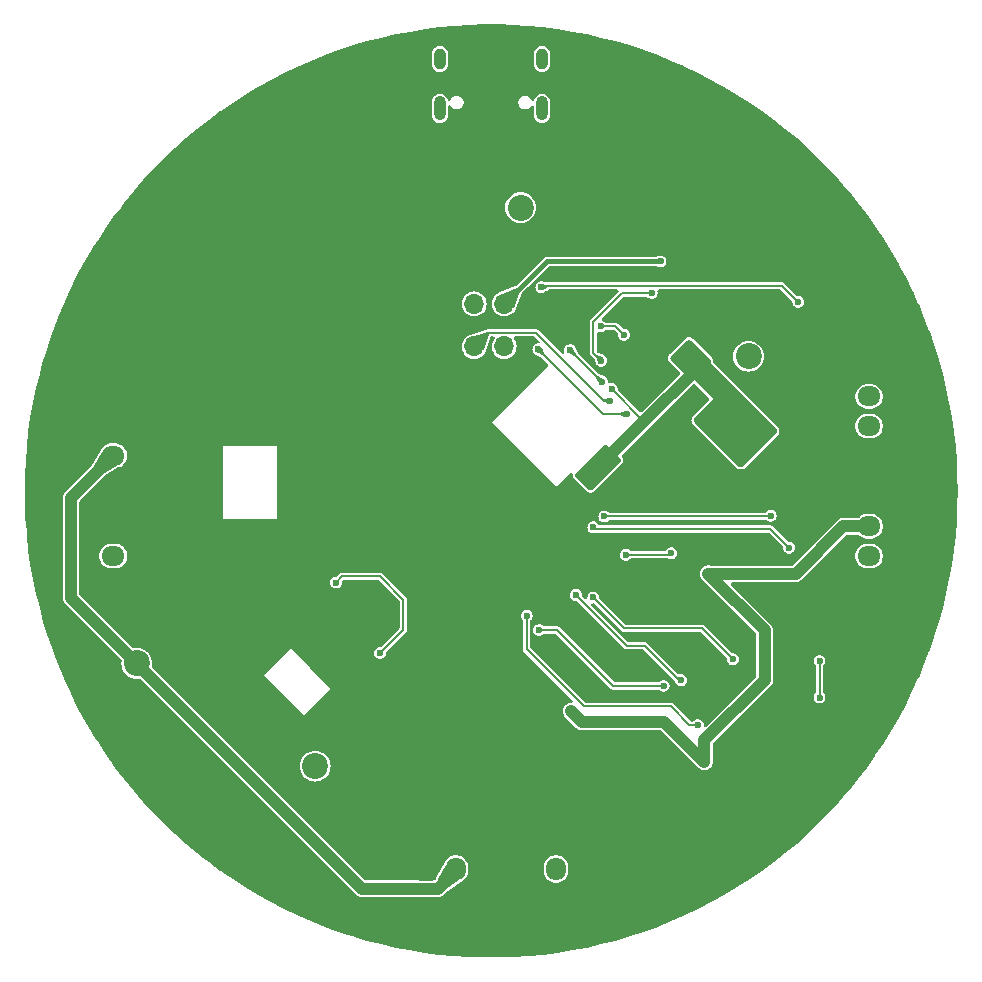
<source format=gbr>
%TF.GenerationSoftware,KiCad,Pcbnew,8.0.4*%
%TF.CreationDate,2024-11-01T13:20:14+09:00*%
%TF.ProjectId,Avio-BMS,4176696f-2d42-44d5-932e-6b696361645f,rev?*%
%TF.SameCoordinates,Original*%
%TF.FileFunction,Copper,L2,Bot*%
%TF.FilePolarity,Positive*%
%FSLAX46Y46*%
G04 Gerber Fmt 4.6, Leading zero omitted, Abs format (unit mm)*
G04 Created by KiCad (PCBNEW 8.0.4) date 2024-11-01 13:20:14*
%MOMM*%
%LPD*%
G01*
G04 APERTURE LIST*
G04 Aperture macros list*
%AMRoundRect*
0 Rectangle with rounded corners*
0 $1 Rounding radius*
0 $2 $3 $4 $5 $6 $7 $8 $9 X,Y pos of 4 corners*
0 Add a 4 corners polygon primitive as box body*
4,1,4,$2,$3,$4,$5,$6,$7,$8,$9,$2,$3,0*
0 Add four circle primitives for the rounded corners*
1,1,$1+$1,$2,$3*
1,1,$1+$1,$4,$5*
1,1,$1+$1,$6,$7*
1,1,$1+$1,$8,$9*
0 Add four rect primitives between the rounded corners*
20,1,$1+$1,$2,$3,$4,$5,0*
20,1,$1+$1,$4,$5,$6,$7,0*
20,1,$1+$1,$6,$7,$8,$9,0*
20,1,$1+$1,$8,$9,$2,$3,0*%
G04 Aperture macros list end*
%TA.AperFunction,ComponentPad*%
%ADD10R,1.700000X1.700000*%
%TD*%
%TA.AperFunction,ComponentPad*%
%ADD11O,1.700000X1.700000*%
%TD*%
%TA.AperFunction,ComponentPad*%
%ADD12C,0.300000*%
%TD*%
%TA.AperFunction,ComponentPad*%
%ADD13C,2.200000*%
%TD*%
%TA.AperFunction,ComponentPad*%
%ADD14RoundRect,0.250000X-0.725000X0.600000X-0.725000X-0.600000X0.725000X-0.600000X0.725000X0.600000X0*%
%TD*%
%TA.AperFunction,ComponentPad*%
%ADD15O,1.950000X1.700000*%
%TD*%
%TA.AperFunction,ComponentPad*%
%ADD16O,1.000000X1.800000*%
%TD*%
%TA.AperFunction,ComponentPad*%
%ADD17O,1.000000X2.100000*%
%TD*%
%TA.AperFunction,ComponentPad*%
%ADD18C,0.800000*%
%TD*%
%TA.AperFunction,ComponentPad*%
%ADD19C,6.400000*%
%TD*%
%TA.AperFunction,ComponentPad*%
%ADD20RoundRect,0.250000X-0.600000X-0.725000X0.600000X-0.725000X0.600000X0.725000X-0.600000X0.725000X0*%
%TD*%
%TA.AperFunction,ComponentPad*%
%ADD21O,1.700000X1.950000*%
%TD*%
%TA.AperFunction,ComponentPad*%
%ADD22RoundRect,0.250000X0.725000X-0.600000X0.725000X0.600000X-0.725000X0.600000X-0.725000X-0.600000X0*%
%TD*%
%TA.AperFunction,ViaPad*%
%ADD23C,0.600000*%
%TD*%
%TA.AperFunction,Conductor*%
%ADD24C,0.200000*%
%TD*%
%TA.AperFunction,Conductor*%
%ADD25C,1.000000*%
%TD*%
%TA.AperFunction,Conductor*%
%ADD26C,2.000000*%
%TD*%
%TA.AperFunction,Conductor*%
%ADD27C,0.400000*%
%TD*%
G04 APERTURE END LIST*
D10*
%TO.P,J5,1,Pin_1*%
%TO.N,GND*%
X153375701Y-73550418D03*
D11*
%TO.P,J5,2,Pin_2*%
%TO.N,/Li-ionBatteryCharger\u002CPowerPath/D2*%
X155915701Y-73550418D03*
%TO.P,J5,3,Pin_3*%
%TO.N,/Li-ionBatteryCharger\u002CPowerPath/V_{IN}*%
X158455700Y-73550418D03*
%TD*%
D12*
%TO.P,U3,16*%
%TO.N,GND*%
X145301149Y-96721666D03*
%TO.P,U3,17*%
X145654703Y-97075219D03*
%TO.P,U3,18*%
X146008256Y-97428773D03*
%TO.P,U3,19*%
X144947596Y-97075219D03*
%TO.P,U3,20*%
X145301149Y-97428773D03*
%TO.P,U3,21*%
X145654703Y-97782326D03*
%TO.P,U3,22*%
X144594043Y-97428773D03*
%TO.P,U3,23*%
X144947596Y-97782326D03*
%TO.P,U3,24*%
X145301149Y-98135879D03*
%TO.P,U3,25*%
X144240489Y-97782326D03*
%TO.P,U3,26*%
X144594043Y-98135879D03*
%TO.P,U3,27*%
X144947596Y-98489433D03*
%TO.P,U3,28*%
X143886936Y-98135879D03*
%TO.P,U3,29*%
X144240489Y-98489433D03*
%TO.P,U3,30*%
X144594043Y-98842986D03*
%TD*%
D13*
%TO.P,TP6,1,1*%
%TO.N,+3.3V*%
X142452885Y-109078084D03*
%TD*%
D14*
%TO.P,J6,1,Pin_1*%
%TO.N,GND*%
X125346669Y-88784301D03*
D15*
%TO.P,J6,2,Pin_2*%
%TO.N,+3.3V*%
X125346669Y-91284301D03*
%TD*%
D16*
%TO.P,J2,S1,SHIELD*%
%TO.N,Net-(C1-Pad1)*%
X161650919Y-49221801D03*
%TO.P,J2,S2,SHIELD*%
X153010919Y-49221801D03*
D17*
%TO.P,J2,S3,SHIELD*%
X161650919Y-53401801D03*
%TO.P,J2,S4,SHIELD*%
X153010919Y-53401801D03*
%TD*%
D14*
%TO.P,J7,1,Pin_1*%
%TO.N,GND*%
X125346666Y-80284302D03*
D15*
%TO.P,J7,2,Pin_2*%
%TO.N,+6V*%
X125346666Y-82784302D03*
%TD*%
D18*
%TO.P,H1,1,1*%
%TO.N,GND*%
X180402511Y-60328458D03*
X181105455Y-58631402D03*
X181105455Y-62025514D03*
X182802511Y-57928458D03*
D19*
X182802511Y-60328458D03*
D18*
X182802511Y-62728458D03*
X184499567Y-58631402D03*
X184499567Y-62025514D03*
X185202511Y-60328458D03*
%TD*%
%TO.P,H4,1,1*%
%TO.N,GND*%
X129490824Y-60328458D03*
X130193768Y-58631402D03*
X130193768Y-62025514D03*
X131890824Y-57928458D03*
D19*
X131890824Y-60328458D03*
D18*
X131890824Y-62728458D03*
X133587880Y-58631402D03*
X133587880Y-62025514D03*
X134290824Y-60328458D03*
%TD*%
D13*
%TO.P,TP4,1,1*%
%TO.N,Main-Bat*%
X179146668Y-74384303D03*
%TD*%
D12*
%TO.P,U4,22,PGND__1*%
%TO.N,GND*%
X139470066Y-76707490D03*
%TO.P,U4,23,PGND__2*%
X140220066Y-77482490D03*
%TO.P,U4,24,PGND__3*%
X140220066Y-76707490D03*
%TO.P,U4,25,PGND__4*%
X140220066Y-75932490D03*
%TO.P,U4,26,PGND__5*%
X141270066Y-77482490D03*
%TO.P,U4,27,PGND__6*%
X141270066Y-76707490D03*
%TO.P,U4,28,PGND__7*%
X141270066Y-75932490D03*
%TO.P,U4,29,PGND__8*%
X142020066Y-76707490D03*
%TD*%
D18*
%TO.P,H3,1,1*%
%TO.N,GND*%
X129490825Y-111240147D03*
X130193769Y-109543091D03*
X130193769Y-112937203D03*
X131890825Y-108840147D03*
D19*
X131890825Y-111240147D03*
D18*
X131890825Y-113640147D03*
X133587881Y-109543091D03*
X133587881Y-112937203D03*
X134290825Y-111240147D03*
%TD*%
D13*
%TO.P,TP3,1,1*%
%TO.N,VBUS*%
X159846669Y-61785301D03*
%TD*%
D20*
%TO.P,J9,1,Pin_1*%
%TO.N,GND*%
X151846666Y-117784303D03*
D21*
%TO.P,J9,2,Pin_2*%
%TO.N,+6V*%
X154346666Y-117784303D03*
%TD*%
D22*
%TO.P,J1,1,Pin_1*%
%TO.N,GND*%
X189346666Y-82784302D03*
D15*
%TO.P,J1,2,Pin_2*%
%TO.N,NTC1*%
X189346666Y-80284302D03*
%TO.P,J1,3,Pin_3*%
%TO.N,Main-Bat*%
X189346666Y-77784302D03*
%TD*%
D22*
%TO.P,J3,1,Pin_1*%
%TO.N,GND*%
X189346667Y-93784303D03*
D15*
%TO.P,J3,2,Pin_2*%
%TO.N,NTC2*%
X189346667Y-91284303D03*
%TO.P,J3,3,Pin_3*%
%TO.N,V2*%
X189346667Y-88784303D03*
%TD*%
D10*
%TO.P,TP1,1,1*%
%TO.N,GND*%
X174950724Y-57567839D03*
%TD*%
%TO.P,J4,1,Pin_1*%
%TO.N,GND*%
X153375700Y-69945111D03*
D11*
%TO.P,J4,2,Pin_2*%
%TO.N,/Li-ionBatteryCharger\u002CPowerPath/D1*%
X155915700Y-69945111D03*
%TO.P,J4,3,Pin_3*%
%TO.N,/Li-ionBatteryCharger\u002CPowerPath/V_{IN}*%
X158455699Y-69945111D03*
%TD*%
D20*
%TO.P,J8,1,Pin_1*%
%TO.N,GND*%
X160346667Y-117784303D03*
D21*
%TO.P,J8,2,Pin_2*%
%TO.N,+3.3V*%
X162846667Y-117784303D03*
%TD*%
D13*
%TO.P,TP5,1,1*%
%TO.N,+6V*%
X127352885Y-100378084D03*
%TD*%
D10*
%TO.P,TP2,1,1*%
%TO.N,GND*%
X125396194Y-73468890D03*
%TD*%
D18*
%TO.P,H2,1,1*%
%TO.N,GND*%
X180402511Y-111240145D03*
X181105455Y-109543089D03*
X181105455Y-112937201D03*
X182802511Y-108840145D03*
D19*
X182802511Y-111240145D03*
D18*
X182802511Y-113640145D03*
X184499567Y-109543089D03*
X184499567Y-112937201D03*
X185202511Y-111240145D03*
%TD*%
D23*
%TO.N,VCC*%
X185152885Y-100178084D03*
X185152886Y-103278085D03*
%TO.N,V1*%
X167034032Y-82460901D03*
X166468345Y-84440800D03*
X177604750Y-77437486D03*
X178806832Y-80053780D03*
X178099725Y-80760887D03*
X179513939Y-79346673D03*
X166397635Y-83097298D03*
X177534039Y-78780990D03*
X178241146Y-78073883D03*
X178736121Y-81397282D03*
X180786729Y-80619466D03*
X174105099Y-73551355D03*
X176826932Y-79488096D03*
X165054131Y-84440799D03*
X167741138Y-83168007D03*
X173397993Y-74258461D03*
X177463329Y-80124490D03*
X180150334Y-79983068D03*
X165761237Y-83733693D03*
X178170436Y-79417384D03*
X167104741Y-83804404D03*
X165761239Y-85147906D03*
X176190537Y-78851700D03*
X175377890Y-74824147D03*
X174034389Y-74894857D03*
X174670783Y-75531254D03*
X167543450Y-77139417D03*
X179443227Y-80690175D03*
X176897644Y-78144593D03*
X178877543Y-78710277D03*
X179372515Y-82033679D03*
X180079622Y-81326573D03*
X174741495Y-74187751D03*
%TO.N,Net-(Q3A-S1)*%
X161412004Y-97557160D03*
X171947895Y-102294774D03*
%TO.N,V2*%
X164099010Y-104416095D03*
X175730917Y-92784187D03*
X175412719Y-108729445D03*
%TO.N,~{VALID1}*%
X181013000Y-87896954D03*
X166927437Y-87940507D03*
%TO.N,Net-(Q3B-S2)*%
X174847033Y-105618177D03*
X160351344Y-96355077D03*
%TO.N,~{VALID2}*%
X182568635Y-90583960D03*
X166008198Y-88859745D03*
%TO.N,/Li-ionBatteryCharger\u002CPowerPath/V_{IN}*%
X171689382Y-66350417D03*
%TO.N,/Li-ionBatteryCharger\u002CPowerPath/D1*%
X168589666Y-72561406D03*
X166615984Y-71848081D03*
%TO.N,NTC*%
X170940561Y-69025875D03*
X166680477Y-74753437D03*
%TO.N,Net-(Q3B-G2)*%
X164523274Y-94587310D03*
X173432820Y-101799800D03*
%TO.N,Net-(Q3A-G1)*%
X166008198Y-94799442D03*
X177816882Y-100032033D03*
%TO.N,UV2*%
X172584290Y-91051776D03*
X168765914Y-91193199D03*
%TO.N,Net-(U1-CLPROG)*%
X166730550Y-76550419D03*
X164030552Y-73850418D03*
%TO.N,Net-(U3-EN)*%
X147926115Y-99507643D03*
X144218586Y-93537372D03*
%TO.N,GND*%
X132511187Y-101063278D03*
X142552885Y-83978085D03*
X121542550Y-70985944D03*
X157112791Y-97089342D03*
X192346667Y-90775509D03*
X144390581Y-115771099D03*
X182427214Y-96099392D03*
X147346667Y-55775509D03*
X128551389Y-103608862D03*
X163618173Y-105574623D03*
X121060683Y-99391955D03*
X175483429Y-86347029D03*
X139157991Y-110538509D03*
X151946667Y-56775509D03*
X120352885Y-94378085D03*
X138168041Y-98517693D03*
X144352885Y-68978084D03*
X187518383Y-87331268D03*
X124733012Y-93285103D03*
X185665767Y-78710276D03*
X176911781Y-95957971D03*
X181281705Y-73477686D03*
X176190536Y-87054136D03*
X180150334Y-77437484D03*
X127639340Y-61115769D03*
X166028048Y-114215464D03*
X155138604Y-107568660D03*
X174790460Y-96382235D03*
X177901730Y-102604775D03*
X177477466Y-108968736D03*
X148552886Y-84878084D03*
X132346667Y-85775509D03*
X154997183Y-119589475D03*
X151852885Y-47968980D03*
X147501851Y-88618198D03*
X148774643Y-111669880D03*
X144752885Y-74578084D03*
X159234111Y-104584674D03*
X171947895Y-83377181D03*
X123452885Y-93778085D03*
X159846667Y-83275509D03*
X150754542Y-111669880D03*
X157678476Y-100483454D03*
X136652885Y-76478084D03*
X146653323Y-96254952D03*
X169846667Y-118275509D03*
X129152885Y-75578084D03*
X138026620Y-96962058D03*
X156694239Y-109124295D03*
X179018963Y-76588956D03*
X165173808Y-101473404D03*
X184251553Y-78710276D03*
X172937845Y-70507838D03*
X187247679Y-108172882D03*
X128352885Y-89178085D03*
X157346667Y-115775509D03*
X143952885Y-76178084D03*
X159375533Y-102180511D03*
X143952885Y-76978084D03*
X147077587Y-114498307D03*
X126430069Y-97527744D03*
X187346667Y-85775509D03*
X143952885Y-73778084D03*
X168777847Y-121762782D03*
X133152886Y-69478084D03*
X137460934Y-108841452D03*
X194536172Y-86431268D03*
X158244162Y-101049140D03*
X151544026Y-123456679D03*
X157346667Y-95775509D03*
X179584649Y-66123775D03*
X173786373Y-67396568D03*
X174649039Y-111938584D03*
X129541339Y-94416474D03*
X147346667Y-108275509D03*
X169846667Y-63275509D03*
X147346667Y-60775509D03*
X151178806Y-95406424D03*
X143117789Y-111669880D03*
X143152885Y-89178084D03*
X184846667Y-83275509D03*
X138733727Y-103608862D03*
X180164472Y-91573909D03*
X162769645Y-103594724D03*
X137346667Y-115775509D03*
X135905300Y-94840738D03*
X145352885Y-63978084D03*
X133925401Y-105305918D03*
X166998148Y-73619107D03*
X150946667Y-56775509D03*
X129552886Y-82978084D03*
X143952885Y-72178084D03*
X168978572Y-74387322D03*
X162614086Y-67255146D03*
X163369908Y-57307543D03*
X176897643Y-86347029D03*
X136152885Y-62978084D03*
X166022336Y-106847415D03*
X167988098Y-84508552D03*
X135752885Y-77278084D03*
X136612406Y-95547845D03*
X143952885Y-74578085D03*
X173362109Y-84225709D03*
X147252886Y-79578084D03*
X176331958Y-73901950D03*
X148916064Y-90032412D03*
X180008913Y-72204894D03*
X141137890Y-106013025D03*
X149152886Y-78378085D03*
X141352885Y-85078085D03*
X156405684Y-101756247D03*
X187989289Y-64454955D03*
X147346667Y-115775509D03*
X154846667Y-83275509D03*
X173846667Y-79975509D03*
X150852885Y-69878084D03*
X155138604Y-114639728D03*
X127346667Y-105775509D03*
X164466701Y-100766297D03*
X137178092Y-102053227D03*
X170958471Y-76367221D03*
X168412888Y-74953006D03*
X136612406Y-96962058D03*
X142346667Y-60775509D03*
X144352885Y-70178084D03*
X145804794Y-94275053D03*
X152346667Y-108275509D03*
X182998611Y-106861553D03*
X152593020Y-121145110D03*
X167012286Y-111231478D03*
X177321907Y-72912001D03*
X137460934Y-112801250D03*
X175624851Y-69235045D03*
X130107024Y-101487542D03*
X124308748Y-95406424D03*
X127352885Y-79778085D03*
X173786373Y-71356366D03*
X137319513Y-96254952D03*
X126571490Y-95123581D03*
X190305044Y-103223271D03*
X182346667Y-80775509D03*
X148552886Y-85778084D03*
X130672709Y-99224800D03*
X147346667Y-110775509D03*
X180871579Y-106140309D03*
X180164472Y-94119493D03*
X122611692Y-97669165D03*
X165739494Y-109958685D03*
X180150334Y-83660024D03*
X148746667Y-58375509D03*
X147346667Y-75775509D03*
X177463328Y-91438198D03*
X175258601Y-52715984D03*
X170830663Y-111372899D03*
X160224061Y-106140309D03*
X143952885Y-72978085D03*
X145352885Y-67978084D03*
X162346667Y-120775509D03*
X159941218Y-105291781D03*
X142552103Y-94982159D03*
X160082639Y-103736146D03*
X187346667Y-80775509D03*
X123452885Y-90378085D03*
X150895963Y-92012311D03*
X140855047Y-91305204D03*
X164755256Y-117750998D03*
X123553330Y-104648651D03*
X168412362Y-67396568D03*
X175342008Y-67537989D03*
X185946667Y-71075509D03*
X132552885Y-65178084D03*
X171665578Y-77074326D03*
X167346667Y-60775509D03*
X137352885Y-65978084D03*
X187801225Y-90442538D03*
X152346667Y-115775509D03*
X135752886Y-73078084D03*
X149481750Y-114639728D03*
X177746171Y-75881849D03*
X181578686Y-94685179D03*
X147219008Y-121145110D03*
X182413076Y-74043371D03*
X142552885Y-82878084D03*
X160082639Y-94119493D03*
X179062308Y-116394252D03*
X127346667Y-75775509D03*
X165301092Y-67396568D03*
X146087637Y-95689266D03*
X145521952Y-95123581D03*
X137552885Y-75678085D03*
X124167327Y-99224800D03*
X157346667Y-120775509D03*
X177346667Y-60775509D03*
X163369908Y-55907543D03*
X133352885Y-89178085D03*
X182144371Y-98644977D03*
X136430033Y-53545106D03*
X134491086Y-94840738D03*
X148552885Y-87578085D03*
X157401346Y-111528458D03*
X187346667Y-75775509D03*
X176190536Y-85639923D03*
X168149369Y-114356885D03*
X173941932Y-108827314D03*
X136046721Y-111387037D03*
X194189278Y-80623875D03*
X131662659Y-106720132D03*
X137152885Y-89178084D03*
X149846667Y-68275509D03*
X172346667Y-85775509D03*
X135152886Y-89178084D03*
X185255641Y-88745482D03*
X144956266Y-94557895D03*
X136652885Y-75678084D03*
X145352885Y-64978084D03*
X159522666Y-115912520D03*
X137346667Y-105775509D03*
X129152885Y-70378085D03*
X170694953Y-114356885D03*
X153582969Y-106013025D03*
X118609252Y-88052567D03*
X174776323Y-84225709D03*
X183134321Y-99634926D03*
X152734441Y-93850789D03*
X157537055Y-102887618D03*
X139152885Y-89178084D03*
X159946930Y-111811301D03*
X152346667Y-65775509D03*
X150330278Y-105023076D03*
X144673424Y-102477491D03*
X130107024Y-105164497D03*
X146936165Y-95406424D03*
X143966317Y-107710082D03*
X172089317Y-69659309D03*
X145352885Y-66978084D03*
X127346667Y-80775509D03*
X144752885Y-75378084D03*
X147346667Y-50775509D03*
X173381959Y-114781149D03*
X156971370Y-102321932D03*
X172346667Y-60775509D03*
X149976724Y-94062921D03*
X135905300Y-100780435D03*
X168709342Y-111514320D03*
X180028763Y-108134346D03*
X184831377Y-98503555D03*
X167346667Y-50775509D03*
X144673424Y-113225514D03*
X180150334Y-86771294D03*
X145946216Y-103750284D03*
X132346667Y-75775509D03*
X184124270Y-94119493D03*
X154846667Y-78275509D03*
X127346667Y-70775509D03*
X141137890Y-116478206D03*
X147652885Y-84878084D03*
X169992482Y-75401230D03*
X183417163Y-101331983D03*
X157346667Y-80775509D03*
X169426800Y-75966915D03*
X133783979Y-94133631D03*
X170392787Y-76932905D03*
X132852885Y-56278084D03*
X142410682Y-113791200D03*
X135905300Y-96254952D03*
X167705782Y-74245897D03*
X119693393Y-76501989D03*
X123452885Y-86778084D03*
X163618173Y-99917769D03*
X132346667Y-95775509D03*
X146936165Y-111811301D03*
X150852886Y-73578085D03*
X157684188Y-114639728D03*
X165301092Y-71639208D03*
X177346667Y-115775509D03*
X137346667Y-60775509D03*
X187346667Y-65775509D03*
X192352885Y-71778085D03*
X158102740Y-103453303D03*
X192346667Y-95775509D03*
X167563833Y-73053422D03*
X144846667Y-58275509D03*
X149846667Y-88275509D03*
X192571024Y-97864963D03*
X152875862Y-111528458D03*
X174224775Y-100907719D03*
X140855047Y-93285103D03*
X134491086Y-99366222D03*
X168850764Y-103170460D03*
X149846667Y-83275509D03*
X129152885Y-77978084D03*
X158809847Y-101614825D03*
X162068250Y-113932621D03*
X140411140Y-120193240D03*
X149764592Y-118033841D03*
X158668426Y-104018988D03*
X145352885Y-70178084D03*
X135152885Y-67378085D03*
X118707927Y-82235661D03*
X124212056Y-65816817D03*
X147346667Y-70775509D03*
X144673424Y-109548559D03*
X172346667Y-115775509D03*
X183558585Y-97230763D03*
X154846667Y-63275509D03*
X158956981Y-108841452D03*
X152451598Y-102053227D03*
X155839999Y-98362134D03*
X144752885Y-76978084D03*
X139157991Y-114498307D03*
X174493480Y-66689461D03*
X186528433Y-91715330D03*
X163193909Y-107413101D03*
X158809847Y-95392286D03*
X122752886Y-82378084D03*
X135348054Y-117327701D03*
X128834232Y-99083379D03*
X181281705Y-74609057D03*
X142346667Y-55775509D03*
X126819197Y-109463238D03*
X120352885Y-87178084D03*
X147252886Y-80478084D03*
X129824181Y-92719418D03*
X130352886Y-67578084D03*
X131238395Y-96113530D03*
X143542053Y-118882369D03*
X152346667Y-80775509D03*
X181578686Y-91291066D03*
X133952885Y-78878085D03*
X177341757Y-112801250D03*
X137346667Y-55775509D03*
X147652885Y-87578085D03*
X139846667Y-58275509D03*
X135752885Y-75678084D03*
X175483429Y-84932816D03*
X154846667Y-88275509D03*
X131521237Y-92719418D03*
X132152885Y-74578084D03*
X187221402Y-78851698D03*
X157112791Y-99917769D03*
X187346667Y-95775509D03*
X167346667Y-120775509D03*
X144352885Y-71178084D03*
X132852885Y-115278084D03*
X132152885Y-77378084D03*
X165739494Y-102039089D03*
X179174523Y-100200612D03*
X155839999Y-101190561D03*
X135752886Y-76478084D03*
X136329564Y-104881654D03*
X132935451Y-97810587D03*
X174069216Y-83518602D03*
X163369908Y-58307543D03*
X132652886Y-71478084D03*
X141152885Y-89178085D03*
X145352885Y-71178084D03*
X123452885Y-92078084D03*
X141587396Y-50852942D03*
X192346667Y-100775509D03*
X149746667Y-58375509D03*
X147346667Y-65775509D03*
X127346667Y-85775509D03*
X138875148Y-91305204D03*
X142552103Y-99507643D03*
X157352886Y-123778084D03*
X180164472Y-89876853D03*
X162614086Y-69517888D03*
X127346667Y-65775509D03*
X138875148Y-99224800D03*
X174366196Y-98503555D03*
X172346667Y-55775509D03*
X154846667Y-93275509D03*
X163142728Y-123209006D03*
X139752885Y-85078084D03*
X147360429Y-105164497D03*
X171962033Y-95250864D03*
X138026620Y-106578711D03*
X147643272Y-93850789D03*
X183841427Y-90159695D03*
X141986418Y-100073328D03*
X182346667Y-85775509D03*
X140996468Y-110679930D03*
X152027334Y-114639728D03*
X122346667Y-100775509D03*
X122346667Y-75775509D03*
X148703932Y-92790128D03*
X144352885Y-63978084D03*
X167422412Y-85074237D03*
X167346667Y-115775509D03*
X120352885Y-92178084D03*
X146370480Y-94840738D03*
X161219722Y-109407138D03*
X172527719Y-98644977D03*
X178736121Y-72063472D03*
X120914636Y-95972109D03*
X137552885Y-77278084D03*
X144352885Y-67978084D03*
X152346667Y-60775509D03*
X182837340Y-78710276D03*
X158640982Y-47844780D03*
X145239109Y-93709367D03*
X152346667Y-75775509D03*
X143259210Y-100214750D03*
X144752885Y-76178084D03*
X140006519Y-104881654D03*
X167153707Y-106847415D03*
X163058200Y-111245615D03*
X171099896Y-77640011D03*
X164408193Y-48609907D03*
X138875148Y-97810587D03*
X183982849Y-103029039D03*
X177346667Y-58275509D03*
X134349665Y-102901755D03*
X170972084Y-96240814D03*
X119399679Y-93816365D03*
X163906728Y-115771099D03*
X149764592Y-121145110D03*
X165583934Y-69376467D03*
X120952885Y-84378084D03*
X144752885Y-72978084D03*
X193992507Y-92223553D03*
X162628224Y-104584674D03*
X144752885Y-72178085D03*
X169846667Y-58275509D03*
X180087474Y-55960690D03*
X140996468Y-112376986D03*
X147652885Y-85778085D03*
X157346667Y-90775509D03*
X133952885Y-77978085D03*
X171099367Y-82528653D03*
X145352885Y-68978084D03*
X139723676Y-108275767D03*
X189846667Y-73275509D03*
X136652885Y-77278084D03*
X164466701Y-108685893D03*
X151178806Y-102194649D03*
X137319513Y-97669165D03*
X175786122Y-114356885D03*
X178608837Y-98786398D03*
X152346667Y-85775509D03*
X175638989Y-99210662D03*
X120352885Y-89578084D03*
X142346667Y-105775509D03*
X174126161Y-119473309D03*
X176346095Y-110100107D03*
X149846667Y-63275509D03*
X181861528Y-105150359D03*
X154708628Y-99493505D03*
X176331958Y-69942152D03*
X122346667Y-80775509D03*
X137346667Y-80775509D03*
X132086923Y-103467441D03*
X129952885Y-89178085D03*
X157346667Y-60775509D03*
X123452885Y-88478085D03*
X174776323Y-85639923D03*
X152310177Y-96820637D03*
X142552885Y-85078084D03*
X170547820Y-100624876D03*
X176770359Y-107978786D03*
X185397062Y-92846701D03*
X144752885Y-73778085D03*
X131552885Y-89178084D03*
X137346667Y-100775509D03*
X152346667Y-90775509D03*
X177463328Y-90023985D03*
X124952885Y-85578084D03*
X149057486Y-95265002D03*
X169991018Y-50246428D03*
X152310177Y-100780435D03*
X172372160Y-80124490D03*
X169846667Y-53275509D03*
X135763878Y-107144396D03*
X157346667Y-65775509D03*
X133218294Y-92719418D03*
X148552885Y-86678085D03*
X170250839Y-81680125D03*
X157346667Y-85775509D03*
X160789746Y-104443252D03*
X145804794Y-110679930D03*
X177336045Y-97513606D03*
X165159670Y-72912001D03*
X164613835Y-112801250D03*
X147652885Y-86678085D03*
X185119932Y-104740233D03*
X159941218Y-102746196D03*
X144107738Y-101911806D03*
X180150334Y-85357080D03*
X157346667Y-75775509D03*
X182346667Y-70775509D03*
X139582255Y-98517693D03*
X181140284Y-78427433D03*
X146794744Y-117892419D03*
X154855761Y-111528458D03*
X135198193Y-95547845D03*
X138952885Y-62978084D03*
X137552885Y-76478084D03*
X146794744Y-104598812D03*
X169982134Y-103170460D03*
X145380530Y-103184598D03*
X154855761Y-97669165D03*
X126852885Y-84378084D03*
X142346667Y-120775509D03*
X177039064Y-69235045D03*
X145352885Y-65978085D03*
X145521952Y-91729468D03*
X148067536Y-96537794D03*
X144846667Y-53275509D03*
X132152885Y-79878084D03*
X134491086Y-93426525D03*
X165546667Y-65375509D03*
X147360429Y-91588047D03*
X142693525Y-100780435D03*
X145521952Y-90032412D03*
X147095274Y-48979598D03*
X128692810Y-97244901D03*
X142269261Y-107144396D03*
X164846667Y-88275509D03*
X142834946Y-91588047D03*
X148552885Y-84078084D03*
X144352885Y-65978085D03*
X135198193Y-94133631D03*
X132346667Y-80775509D03*
X145852309Y-122252320D03*
X166022336Y-103170460D03*
X162062538Y-106281730D03*
X168553783Y-70366416D03*
X164749544Y-106705994D03*
X182851478Y-104160410D03*
X143952885Y-75378084D03*
X147501851Y-95972109D03*
X127844282Y-92719418D03*
X154572919Y-95689266D03*
X125864383Y-102053227D03*
X140952885Y-62778084D03*
X168271466Y-73680213D03*
X162346667Y-85775509D03*
X152346667Y-105775509D03*
X173846667Y-65175509D03*
X174069216Y-84932816D03*
X129152885Y-73378084D03*
X147652885Y-84078084D03*
X152451598Y-98941957D03*
X144352886Y-66978084D03*
X144352885Y-64978084D03*
X180023051Y-95392286D03*
%TO.N,/Li-ionBatteryCharger\u002CPowerPath/\u002ACHRG*%
X161346669Y-73784302D03*
X183352885Y-69778084D03*
X161596668Y-68534304D03*
X168843238Y-79287734D03*
%TO.N,/Li-ionBatteryCharger\u002CPowerPath/D2*%
X167430552Y-78150419D03*
%TD*%
D24*
%TO.N,VCC*%
X185152885Y-100178084D02*
X185152886Y-103278085D01*
%TO.N,V1*%
X177569923Y-78006127D02*
X177216368Y-77652575D01*
D25*
X170241085Y-79960952D02*
X165478395Y-84723642D01*
D24*
X177216368Y-77652575D02*
X176509262Y-77652573D01*
X167543450Y-77139417D02*
X170241085Y-79837052D01*
D26*
X177569923Y-78006127D02*
X174741495Y-75177702D01*
D25*
X174670783Y-75531254D02*
X170241085Y-79960952D01*
D24*
%TO.N,Net-(Q3A-S1)*%
X161412004Y-97557160D02*
X162954621Y-97557160D01*
X167692235Y-102294774D02*
X171947895Y-102294774D01*
X162954621Y-97557160D02*
X167692235Y-102294774D01*
D25*
%TO.N,V2*%
X172018606Y-105335333D02*
X165018246Y-105335333D01*
X175730917Y-92784187D02*
X180503887Y-97557160D01*
X175412719Y-108729445D02*
X172018606Y-105335333D01*
X180503887Y-97557160D02*
X180503888Y-101799800D01*
X175766273Y-92819543D02*
X175730917Y-92784187D01*
X183120181Y-92819543D02*
X175766273Y-92819543D01*
X187155423Y-88784301D02*
X183120181Y-92819543D01*
X189346669Y-88784301D02*
X187155423Y-88784301D01*
X175412717Y-106890968D02*
X175412719Y-108729445D01*
X180503888Y-101799800D02*
X175412717Y-106890968D01*
X165018246Y-105335333D02*
X164099010Y-104416095D01*
D24*
%TO.N,~{VALID1}*%
X180969447Y-87940507D02*
X166927437Y-87940507D01*
X181013000Y-87896954D02*
X180969447Y-87940507D01*
%TO.N,Net-(Q3B-S2)*%
X160351344Y-99196524D02*
X165173808Y-104018988D01*
X165173808Y-104018988D02*
X172540737Y-104018988D01*
X160351344Y-96355077D02*
X160351344Y-99196524D01*
X172540737Y-104018988D02*
X174139924Y-105618175D01*
X174139924Y-105618175D02*
X174847033Y-105618177D01*
%TO.N,~{VALID2}*%
X180985844Y-89001168D02*
X166149619Y-89001168D01*
X182568635Y-90583960D02*
X180985844Y-89001168D01*
X166149619Y-89001168D02*
X166008198Y-88859745D01*
D25*
%TO.N,Main-Bat*%
X189166474Y-77604107D02*
X189346666Y-77784302D01*
D27*
%TO.N,/Li-ionBatteryCharger\u002CPowerPath/V_{IN}*%
X158455699Y-69945110D02*
X162050392Y-66350417D01*
X162050392Y-66350417D02*
X171689382Y-66350417D01*
D24*
%TO.N,/Li-ionBatteryCharger\u002CPowerPath/D1*%
X168589666Y-72561406D02*
X167876341Y-71848081D01*
X167876341Y-71848081D02*
X166615984Y-71848081D01*
%TO.N,NTC*%
X168442436Y-69025875D02*
X166015984Y-71452326D01*
X166015984Y-74088944D02*
X166680477Y-74753437D01*
X170940561Y-69025875D02*
X168442436Y-69025875D01*
X166015984Y-71452326D02*
X166015984Y-74088944D01*
%TO.N,Net-(Q3B-G2)*%
X168836626Y-98900662D02*
X164523274Y-94587310D01*
X170392261Y-98900662D02*
X168836626Y-98900662D01*
X173432820Y-101799800D02*
X173291398Y-101799800D01*
X173291398Y-101799800D02*
X170392261Y-98900662D01*
%TO.N,Net-(Q3A-G1)*%
X177816882Y-100032033D02*
X175200585Y-97415737D01*
X168624492Y-97415737D02*
X166008198Y-94799442D01*
X175200585Y-97415737D02*
X168624492Y-97415737D01*
%TO.N,UV2*%
X172584290Y-91051776D02*
X172442870Y-91193200D01*
X172442870Y-91193200D02*
X168765914Y-91193199D01*
%TO.N,Net-(U1-CLPROG)*%
X164030552Y-73850418D02*
X166730550Y-76550419D01*
%TO.N,Net-(U3-EN)*%
X149906014Y-94982159D02*
X149906014Y-97527744D01*
X147926115Y-93002260D02*
X149906014Y-94982159D01*
X149906014Y-97527744D02*
X147926115Y-99507643D01*
X144218586Y-93537372D02*
X144753697Y-93002260D01*
X144753697Y-93002260D02*
X147926115Y-93002260D01*
D25*
%TO.N,+6V*%
X121789951Y-94815149D02*
X146434103Y-119459302D01*
X152847094Y-119459303D02*
X154346666Y-117959732D01*
X154346666Y-117959732D02*
X154346666Y-117784303D01*
X125346666Y-82784302D02*
X121789950Y-86341018D01*
X146434103Y-119459302D02*
X152847094Y-119459303D01*
X121789950Y-86341018D02*
X121789951Y-94815149D01*
D24*
%TO.N,/Li-ionBatteryCharger\u002CPowerPath/\u002ACHRG*%
X168843238Y-79287734D02*
X166850099Y-79287734D01*
X166850099Y-79287734D02*
X161346669Y-73784302D01*
X182000674Y-68425873D02*
X161705099Y-68425873D01*
X161705099Y-68425873D02*
X161596668Y-68534304D01*
X183352885Y-69778084D02*
X182000674Y-68425873D01*
%TO.N,/Li-ionBatteryCharger\u002CPowerPath/D2*%
X155915700Y-73550419D02*
X157065700Y-72400419D01*
X161180551Y-72400419D02*
X166930551Y-78150419D01*
X166930551Y-78150419D02*
X167430552Y-78150419D01*
X157065700Y-72400419D02*
X161180551Y-72400419D01*
%TD*%
%TA.AperFunction,Conductor*%
%TO.N,V1*%
G36*
X174210343Y-72989446D02*
G01*
X174228006Y-72996762D01*
X174313219Y-73053699D01*
X174320644Y-73059793D01*
X175869452Y-74608601D01*
X175875546Y-74616026D01*
X175932483Y-74701239D01*
X175939799Y-74718903D01*
X175958832Y-74814588D01*
X175958832Y-74833707D01*
X175939799Y-74929391D01*
X175932483Y-74947054D01*
X175875546Y-75032267D01*
X175869452Y-75039692D01*
X174603486Y-76305658D01*
X174596061Y-76311752D01*
X174510848Y-76368689D01*
X174493185Y-76376005D01*
X174397501Y-76395038D01*
X174378382Y-76395038D01*
X174282697Y-76376005D01*
X174265033Y-76368689D01*
X174179820Y-76311752D01*
X174172395Y-76305658D01*
X172623587Y-74756850D01*
X172617493Y-74749425D01*
X172560556Y-74664212D01*
X172553240Y-74646549D01*
X172545692Y-74608601D01*
X172534207Y-74550862D01*
X172534207Y-74531746D01*
X172553240Y-74436061D01*
X172560556Y-74418397D01*
X172617497Y-74333177D01*
X172623582Y-74325764D01*
X173889558Y-73059788D01*
X173896971Y-73053703D01*
X173982192Y-72996761D01*
X173999854Y-72989446D01*
X174095542Y-72970413D01*
X174114656Y-72970413D01*
X174210343Y-72989446D01*
G37*
%TD.AperFunction*%
%TD*%
%TA.AperFunction,Conductor*%
%TO.N,V1*%
G36*
X167139276Y-81898992D02*
G01*
X167156939Y-81906308D01*
X167242152Y-81963245D01*
X167249577Y-81969339D01*
X168232698Y-82952461D01*
X168238792Y-82959886D01*
X168295729Y-83045099D01*
X168303045Y-83062763D01*
X168322078Y-83158448D01*
X168322078Y-83177567D01*
X168303045Y-83273251D01*
X168295729Y-83290914D01*
X168238792Y-83376127D01*
X168232698Y-83383552D01*
X165976784Y-85639467D01*
X165969359Y-85645561D01*
X165884146Y-85702498D01*
X165866483Y-85709814D01*
X165770799Y-85728847D01*
X165751680Y-85728847D01*
X165655995Y-85709814D01*
X165638331Y-85702498D01*
X165553118Y-85645561D01*
X165545693Y-85639467D01*
X164562571Y-84656345D01*
X164556477Y-84648920D01*
X164499540Y-84563707D01*
X164492224Y-84546044D01*
X164473191Y-84450357D01*
X164473191Y-84431241D01*
X164492224Y-84335556D01*
X164499540Y-84317892D01*
X164556481Y-84232672D01*
X164562566Y-84225259D01*
X166818491Y-81969334D01*
X166825904Y-81963249D01*
X166911125Y-81906307D01*
X166928787Y-81898992D01*
X167024475Y-81879959D01*
X167043589Y-81879959D01*
X167139276Y-81898992D01*
G37*
%TD.AperFunction*%
%TD*%
%TA.AperFunction,Conductor*%
%TO.N,V1*%
G36*
X177660538Y-76734200D02*
G01*
X177705233Y-76752713D01*
X177771901Y-76797259D01*
X177790691Y-76812680D01*
X181450374Y-80472363D01*
X181465795Y-80491153D01*
X181510340Y-80557819D01*
X181528855Y-80602519D01*
X181542067Y-80668941D01*
X181542067Y-80717323D01*
X181528855Y-80783744D01*
X181510340Y-80828444D01*
X181465795Y-80895110D01*
X181450374Y-80913900D01*
X178709929Y-83654345D01*
X178691139Y-83669766D01*
X178624473Y-83714311D01*
X178579773Y-83732826D01*
X178513352Y-83746038D01*
X178464970Y-83746038D01*
X178398548Y-83732826D01*
X178353848Y-83714311D01*
X178287182Y-83669766D01*
X178268392Y-83654345D01*
X174608709Y-79994662D01*
X174593288Y-79975872D01*
X174548743Y-79909206D01*
X174530229Y-79864509D01*
X174517016Y-79798080D01*
X174517016Y-79749707D01*
X174530229Y-79683276D01*
X174548741Y-79638585D01*
X174593293Y-79571908D01*
X174608704Y-79553130D01*
X177349159Y-76812675D01*
X177367937Y-76797264D01*
X177434614Y-76752712D01*
X177479305Y-76734200D01*
X177545736Y-76720987D01*
X177594110Y-76720987D01*
X177660538Y-76734200D01*
G37*
%TD.AperFunction*%
%TD*%
%TA.AperFunction,Conductor*%
%TO.N,GND*%
G36*
X157975318Y-46289837D02*
G01*
X159224202Y-46329481D01*
X159228098Y-46329668D01*
X160475049Y-46408914D01*
X160478898Y-46409219D01*
X161722833Y-46528000D01*
X161726656Y-46528428D01*
X162966126Y-46686607D01*
X162969928Y-46687154D01*
X164203771Y-46884583D01*
X164207567Y-46885252D01*
X165434549Y-47121734D01*
X165438305Y-47122520D01*
X166657137Y-47397805D01*
X166660862Y-47398708D01*
X167870372Y-47712533D01*
X167874129Y-47713572D01*
X169073029Y-48065600D01*
X169076686Y-48066737D01*
X170263823Y-48456630D01*
X170267522Y-48457910D01*
X171441680Y-48885269D01*
X171445285Y-48886647D01*
X172605335Y-49351061D01*
X172608901Y-49352555D01*
X173690996Y-49826129D01*
X173753524Y-49853494D01*
X173757104Y-49855128D01*
X174885332Y-50392166D01*
X174888790Y-50393881D01*
X175999443Y-50966462D01*
X176002846Y-50968286D01*
X176734416Y-51375321D01*
X177094682Y-51575768D01*
X177098090Y-51577735D01*
X178170138Y-52219573D01*
X178173481Y-52221648D01*
X179224565Y-52897138D01*
X179227839Y-52899316D01*
X180257006Y-53607846D01*
X180260189Y-53610112D01*
X181266365Y-54350944D01*
X181269490Y-54353321D01*
X182251665Y-55125713D01*
X182254687Y-55128169D01*
X183211847Y-55931322D01*
X183214820Y-55933898D01*
X184145978Y-56766981D01*
X184148869Y-56769651D01*
X185053152Y-57631884D01*
X185055952Y-57634640D01*
X185932428Y-58525133D01*
X185935143Y-58527981D01*
X186782891Y-59445801D01*
X186785515Y-59448733D01*
X187603751Y-60393027D01*
X187606266Y-60396024D01*
X188394156Y-61365837D01*
X188396548Y-61368878D01*
X189053268Y-62231798D01*
X189153252Y-62363175D01*
X189155585Y-62366344D01*
X189880327Y-63384103D01*
X189882559Y-63387344D01*
X190574674Y-64427627D01*
X190576801Y-64430937D01*
X191235548Y-65492636D01*
X191237569Y-65496012D01*
X191862294Y-66578067D01*
X191864204Y-66581500D01*
X192008554Y-66850917D01*
X192454298Y-67682858D01*
X192456094Y-67686342D01*
X193000809Y-68785415D01*
X193010943Y-68805861D01*
X193012627Y-68809400D01*
X193046430Y-68883418D01*
X193531666Y-69945938D01*
X193533244Y-69949542D01*
X194015980Y-71102019D01*
X194017442Y-71105672D01*
X194463353Y-72272838D01*
X194464699Y-72276536D01*
X194873354Y-73457269D01*
X194874582Y-73461007D01*
X195245579Y-74654142D01*
X195246687Y-74657917D01*
X195579626Y-75862165D01*
X195580615Y-75865974D01*
X195875198Y-77080260D01*
X195876064Y-77084098D01*
X196131955Y-78307038D01*
X196132700Y-78310902D01*
X196349665Y-79541378D01*
X196350287Y-79545263D01*
X196528106Y-80782019D01*
X196528604Y-80785922D01*
X196667092Y-82027682D01*
X196667466Y-82031599D01*
X196766484Y-83277114D01*
X196766734Y-83281041D01*
X196826188Y-84529126D01*
X196826312Y-84533059D01*
X196846135Y-85782336D01*
X196846135Y-85786270D01*
X196826312Y-87035546D01*
X196826188Y-87039479D01*
X196766734Y-88287564D01*
X196766484Y-88291491D01*
X196667466Y-89537006D01*
X196667092Y-89540923D01*
X196528604Y-90782683D01*
X196528106Y-90786586D01*
X196350287Y-92023342D01*
X196349665Y-92027227D01*
X196132700Y-93257703D01*
X196131955Y-93261567D01*
X195876064Y-94484507D01*
X195875198Y-94488345D01*
X195580615Y-95702631D01*
X195579626Y-95706440D01*
X195246687Y-96910688D01*
X195245579Y-96914463D01*
X194874582Y-98107598D01*
X194873354Y-98111336D01*
X194464699Y-99292069D01*
X194463353Y-99295767D01*
X194017442Y-100462933D01*
X194015980Y-100466586D01*
X193533244Y-101619063D01*
X193531666Y-101622667D01*
X193012634Y-102759191D01*
X193010943Y-102762744D01*
X192456101Y-103882249D01*
X192454298Y-103885747D01*
X191864207Y-104987100D01*
X191862294Y-104990538D01*
X191237569Y-106072593D01*
X191235548Y-106075969D01*
X190576801Y-107137668D01*
X190574674Y-107140978D01*
X189882559Y-108181261D01*
X189880327Y-108184502D01*
X189155585Y-109202261D01*
X189153252Y-109205430D01*
X188396568Y-110199701D01*
X188394136Y-110202794D01*
X187606280Y-111172564D01*
X187603751Y-111175578D01*
X186785515Y-112119872D01*
X186782891Y-112122804D01*
X185935143Y-113040624D01*
X185932428Y-113043472D01*
X185055956Y-113933961D01*
X185053152Y-113936721D01*
X184148869Y-114798954D01*
X184145978Y-114801624D01*
X183214820Y-115634707D01*
X183211847Y-115637283D01*
X182254687Y-116440436D01*
X182251633Y-116442918D01*
X181269496Y-117215279D01*
X181266365Y-117217661D01*
X180260189Y-117958493D01*
X180256983Y-117960776D01*
X179227841Y-118669288D01*
X179224565Y-118671467D01*
X178173481Y-119346957D01*
X178170138Y-119349032D01*
X177098090Y-119990870D01*
X177094682Y-119992837D01*
X176002879Y-120600301D01*
X175999411Y-120602160D01*
X174888823Y-121174708D01*
X174885298Y-121176455D01*
X173757104Y-121713477D01*
X173753524Y-121715111D01*
X172608933Y-122216036D01*
X172605304Y-122217557D01*
X171445319Y-122681945D01*
X171441644Y-122683349D01*
X170267532Y-123110691D01*
X170263813Y-123111978D01*
X169076736Y-123501852D01*
X169072979Y-123503020D01*
X167874147Y-123855028D01*
X167870354Y-123856077D01*
X166660911Y-124169885D01*
X166657087Y-124170812D01*
X165438353Y-124446075D01*
X165434502Y-124446881D01*
X164207606Y-124683346D01*
X164203731Y-124684029D01*
X162969974Y-124881444D01*
X162966079Y-124882004D01*
X161726700Y-125040172D01*
X161722790Y-125040609D01*
X160478934Y-125159383D01*
X160475012Y-125159694D01*
X159228116Y-125238936D01*
X159224185Y-125239124D01*
X157975318Y-125278769D01*
X157971384Y-125278831D01*
X156721950Y-125278831D01*
X156718016Y-125278769D01*
X155469148Y-125239124D01*
X155465217Y-125238936D01*
X154218321Y-125159694D01*
X154214399Y-125159383D01*
X152970543Y-125040609D01*
X152966633Y-125040172D01*
X151727254Y-124882004D01*
X151723359Y-124881444D01*
X150489602Y-124684029D01*
X150485727Y-124683346D01*
X149258831Y-124446881D01*
X149254980Y-124446075D01*
X148036246Y-124170812D01*
X148032422Y-124169885D01*
X146822979Y-123856077D01*
X146819186Y-123855028D01*
X145968872Y-123605354D01*
X145620344Y-123503017D01*
X145616608Y-123501855D01*
X145272522Y-123388846D01*
X144429520Y-123111978D01*
X144425801Y-123110691D01*
X143251689Y-122683349D01*
X143248014Y-122681945D01*
X142088029Y-122217557D01*
X142084400Y-122216036D01*
X140939809Y-121715111D01*
X140936229Y-121713477D01*
X139808035Y-121176455D01*
X139804510Y-121174708D01*
X138693922Y-120602160D01*
X138690454Y-120600301D01*
X137598651Y-119992837D01*
X137595243Y-119990870D01*
X136523195Y-119349032D01*
X136519852Y-119346957D01*
X135468768Y-118671467D01*
X135465492Y-118669288D01*
X134806659Y-118215715D01*
X134436339Y-117960768D01*
X134433144Y-117958493D01*
X133426968Y-117217661D01*
X133423837Y-117215279D01*
X132950862Y-116843327D01*
X132441675Y-116442898D01*
X132438646Y-116440436D01*
X131481486Y-115637283D01*
X131478513Y-115634707D01*
X130547355Y-114801624D01*
X130544464Y-114798954D01*
X129640181Y-113936721D01*
X129637377Y-113933961D01*
X129222278Y-113512224D01*
X128760902Y-113043469D01*
X128758190Y-113040624D01*
X127910442Y-112122804D01*
X127907818Y-112119872D01*
X127460361Y-111603479D01*
X127089562Y-111175555D01*
X127087072Y-111172587D01*
X126299170Y-110202760D01*
X126296792Y-110199735D01*
X125540074Y-109205420D01*
X125537748Y-109202261D01*
X125287891Y-108851386D01*
X124813000Y-108184494D01*
X124810774Y-108181261D01*
X124655260Y-107947516D01*
X124118646Y-107140957D01*
X124116532Y-107137668D01*
X123836682Y-106686636D01*
X123572171Y-106260324D01*
X123457785Y-106075969D01*
X123455764Y-106072593D01*
X123247485Y-105711844D01*
X122831024Y-104990512D01*
X122829140Y-104987126D01*
X122239015Y-103885709D01*
X122237252Y-103882287D01*
X121682370Y-102762703D01*
X121680718Y-102759232D01*
X121211052Y-101730805D01*
X121161667Y-101622667D01*
X121160089Y-101619063D01*
X120677353Y-100466586D01*
X120675891Y-100462933D01*
X120517258Y-100047712D01*
X120229968Y-99295734D01*
X120228646Y-99292102D01*
X119819969Y-98111306D01*
X119818761Y-98107628D01*
X119447754Y-96914463D01*
X119446646Y-96910688D01*
X119113707Y-95706440D01*
X119112718Y-95702631D01*
X119034596Y-95380608D01*
X118818127Y-94488313D01*
X118817276Y-94484541D01*
X118561370Y-93261525D01*
X118560641Y-93257744D01*
X118343663Y-92027197D01*
X118343050Y-92023372D01*
X118165223Y-90786554D01*
X118164733Y-90782715D01*
X118026235Y-89540865D01*
X118025872Y-89537064D01*
X117926848Y-88291490D01*
X117926599Y-88287564D01*
X117925319Y-88260692D01*
X117867144Y-87039459D01*
X117867021Y-87035546D01*
X117860028Y-86594855D01*
X117854906Y-86272022D01*
X121089450Y-86272022D01*
X121089450Y-86272024D01*
X121089450Y-86272025D01*
X121089451Y-94746155D01*
X121089451Y-94884143D01*
X121089451Y-94884145D01*
X121089450Y-94884145D01*
X121116369Y-95019471D01*
X121116372Y-95019481D01*
X121169173Y-95146956D01*
X121245838Y-95261694D01*
X121245839Y-95261695D01*
X126031857Y-100047712D01*
X126065342Y-100109035D01*
X126067704Y-100146200D01*
X126047417Y-100378082D01*
X126047417Y-100378085D01*
X126067249Y-100604770D01*
X126067251Y-100604781D01*
X126126143Y-100824572D01*
X126126146Y-100824581D01*
X126222316Y-101030816D01*
X126222317Y-101030818D01*
X126352839Y-101217225D01*
X126513743Y-101378129D01*
X126513746Y-101378131D01*
X126700151Y-101508652D01*
X126906389Y-101604823D01*
X127126193Y-101663719D01*
X127288115Y-101677885D01*
X127352883Y-101683552D01*
X127352885Y-101683552D01*
X127352886Y-101683552D01*
X127372758Y-101681813D01*
X127579577Y-101663719D01*
X127579582Y-101663717D01*
X127584767Y-101663264D01*
X127653267Y-101677030D01*
X127683256Y-101699111D01*
X145987556Y-120003413D01*
X145987557Y-120003414D01*
X146102295Y-120080079D01*
X146229770Y-120132880D01*
X146229775Y-120132882D01*
X146229779Y-120132882D01*
X146229780Y-120132883D01*
X146365106Y-120159802D01*
X146365109Y-120159802D01*
X146365110Y-120159802D01*
X152753433Y-120159802D01*
X152753437Y-120159803D01*
X152778100Y-120159803D01*
X152916090Y-120159803D01*
X153007134Y-120141692D01*
X153051422Y-120132883D01*
X153115163Y-120106480D01*
X153178901Y-120080080D01*
X153178902Y-120080079D01*
X153178905Y-120080078D01*
X153293637Y-120003417D01*
X153636897Y-119660155D01*
X153655736Y-119645919D01*
X153655248Y-119645217D01*
X153660250Y-119641738D01*
X153660252Y-119641738D01*
X154755759Y-118879987D01*
X154779079Y-118867243D01*
X154844264Y-118840244D01*
X155016321Y-118725280D01*
X155162643Y-118578958D01*
X155277607Y-118406901D01*
X155356796Y-118215723D01*
X155397166Y-118012768D01*
X155397166Y-117555838D01*
X155397165Y-117555833D01*
X161796167Y-117555833D01*
X161796167Y-118012772D01*
X161836535Y-118215715D01*
X161836537Y-118215723D01*
X161915725Y-118406899D01*
X162030691Y-118578960D01*
X162177009Y-118725278D01*
X162177012Y-118725280D01*
X162349069Y-118840244D01*
X162540247Y-118919433D01*
X162743197Y-118959802D01*
X162743201Y-118959803D01*
X162743202Y-118959803D01*
X162950133Y-118959803D01*
X162950134Y-118959802D01*
X163153087Y-118919433D01*
X163344265Y-118840244D01*
X163516322Y-118725280D01*
X163662644Y-118578958D01*
X163777608Y-118406901D01*
X163856797Y-118215723D01*
X163897167Y-118012768D01*
X163897167Y-117555838D01*
X163856797Y-117352883D01*
X163777608Y-117161705D01*
X163662644Y-116989648D01*
X163662642Y-116989645D01*
X163516324Y-116843327D01*
X163430293Y-116785844D01*
X163344265Y-116728362D01*
X163153087Y-116649173D01*
X163153079Y-116649171D01*
X162950136Y-116608803D01*
X162950132Y-116608803D01*
X162743202Y-116608803D01*
X162743197Y-116608803D01*
X162540254Y-116649171D01*
X162540246Y-116649173D01*
X162349070Y-116728361D01*
X162177009Y-116843327D01*
X162030691Y-116989645D01*
X161915725Y-117161706D01*
X161836537Y-117352882D01*
X161836535Y-117352890D01*
X161796167Y-117555833D01*
X155397165Y-117555833D01*
X155356796Y-117352883D01*
X155277607Y-117161705D01*
X155162643Y-116989648D01*
X155162641Y-116989645D01*
X155016323Y-116843327D01*
X154930292Y-116785844D01*
X154844264Y-116728362D01*
X154653086Y-116649173D01*
X154653078Y-116649171D01*
X154450135Y-116608803D01*
X154450131Y-116608803D01*
X154243201Y-116608803D01*
X154243196Y-116608803D01*
X154040253Y-116649171D01*
X154040245Y-116649173D01*
X153849069Y-116728361D01*
X153677008Y-116843327D01*
X153530690Y-116989645D01*
X153415724Y-117161706D01*
X153336535Y-117352884D01*
X153335010Y-117360553D01*
X153323031Y-117394286D01*
X153113994Y-117789924D01*
X152710323Y-118553938D01*
X152701825Y-118570021D01*
X152701823Y-118570023D01*
X152661382Y-118646560D01*
X152639428Y-118676310D01*
X152593257Y-118722482D01*
X152531934Y-118755968D01*
X152505575Y-118758802D01*
X146775622Y-118758802D01*
X146708583Y-118739117D01*
X146687941Y-118722483D01*
X137043541Y-109078082D01*
X141147417Y-109078082D01*
X141147417Y-109078085D01*
X141167249Y-109304770D01*
X141167251Y-109304781D01*
X141226143Y-109524572D01*
X141226146Y-109524581D01*
X141322316Y-109730816D01*
X141322317Y-109730818D01*
X141452839Y-109917225D01*
X141613743Y-110078129D01*
X141613746Y-110078131D01*
X141800151Y-110208652D01*
X142006389Y-110304823D01*
X142226193Y-110363719D01*
X142388115Y-110377885D01*
X142452883Y-110383552D01*
X142452885Y-110383552D01*
X142452887Y-110383552D01*
X142509558Y-110378593D01*
X142679577Y-110363719D01*
X142899381Y-110304823D01*
X143105619Y-110208652D01*
X143292024Y-110078131D01*
X143452932Y-109917223D01*
X143583453Y-109730818D01*
X143679624Y-109524580D01*
X143738520Y-109304776D01*
X143758353Y-109078084D01*
X143756880Y-109061252D01*
X143738520Y-108851397D01*
X143738520Y-108851392D01*
X143679624Y-108631588D01*
X143583453Y-108425350D01*
X143452932Y-108238945D01*
X143452930Y-108238942D01*
X143292026Y-108078038D01*
X143105619Y-107947516D01*
X143105617Y-107947515D01*
X142899382Y-107851345D01*
X142899373Y-107851342D01*
X142679582Y-107792450D01*
X142679578Y-107792449D01*
X142679577Y-107792449D01*
X142679576Y-107792448D01*
X142679571Y-107792448D01*
X142452887Y-107772616D01*
X142452883Y-107772616D01*
X142226198Y-107792448D01*
X142226187Y-107792450D01*
X142006396Y-107851342D01*
X142006387Y-107851345D01*
X141800152Y-107947515D01*
X141800150Y-107947516D01*
X141613743Y-108078038D01*
X141452839Y-108238942D01*
X141322317Y-108425349D01*
X141322316Y-108425351D01*
X141226146Y-108631586D01*
X141226143Y-108631595D01*
X141167251Y-108851386D01*
X141167249Y-108851397D01*
X141147417Y-109078082D01*
X137043541Y-109078082D01*
X129294355Y-101328896D01*
X138124117Y-101328896D01*
X138124117Y-101328897D01*
X139821173Y-103025952D01*
X141518229Y-104723009D01*
X141518229Y-104723008D01*
X141518230Y-104723009D01*
X143710261Y-102530978D01*
X140386860Y-99066154D01*
X140386859Y-99066154D01*
X138124117Y-101328896D01*
X129294355Y-101328896D01*
X128673912Y-100708453D01*
X128640427Y-100647130D01*
X128638065Y-100609964D01*
X128638518Y-100604782D01*
X128638520Y-100604776D01*
X128658353Y-100378084D01*
X128638520Y-100151392D01*
X128579624Y-99931588D01*
X128483453Y-99725350D01*
X128352932Y-99538945D01*
X128352930Y-99538942D01*
X128192026Y-99378038D01*
X128005619Y-99247516D01*
X128005617Y-99247515D01*
X127799382Y-99151345D01*
X127799373Y-99151342D01*
X127579582Y-99092450D01*
X127579578Y-99092449D01*
X127579577Y-99092449D01*
X127579576Y-99092448D01*
X127579571Y-99092448D01*
X127352887Y-99072616D01*
X127352883Y-99072616D01*
X127121003Y-99092903D01*
X127052503Y-99079136D01*
X127022515Y-99057056D01*
X122526769Y-94561310D01*
X122493284Y-94499987D01*
X122490450Y-94473629D01*
X122490450Y-93537372D01*
X143712939Y-93537372D01*
X143733420Y-93679828D01*
X143757121Y-93731724D01*
X143793209Y-93810745D01*
X143887458Y-93919515D01*
X144008533Y-93997325D01*
X144008536Y-93997326D01*
X144008535Y-93997326D01*
X144146622Y-94037871D01*
X144146624Y-94037872D01*
X144146625Y-94037872D01*
X144290548Y-94037872D01*
X144290548Y-94037871D01*
X144428639Y-93997325D01*
X144549714Y-93919515D01*
X144643963Y-93810745D01*
X144703751Y-93679829D01*
X144724233Y-93537372D01*
X144722925Y-93528277D01*
X144732865Y-93459121D01*
X144757982Y-93422945D01*
X144841851Y-93339078D01*
X144903174Y-93305593D01*
X144929531Y-93302760D01*
X147750282Y-93302760D01*
X147817321Y-93322445D01*
X147837963Y-93339079D01*
X149569195Y-95070311D01*
X149602680Y-95131634D01*
X149605514Y-95157992D01*
X149605514Y-97351910D01*
X149585829Y-97418949D01*
X149569195Y-97439591D01*
X148037962Y-98970824D01*
X147976639Y-99004309D01*
X147950281Y-99007143D01*
X147854151Y-99007143D01*
X147716064Y-99047688D01*
X147594988Y-99125499D01*
X147500738Y-99234269D01*
X147500737Y-99234271D01*
X147440949Y-99365186D01*
X147420468Y-99507643D01*
X147440949Y-99650099D01*
X147472018Y-99718129D01*
X147500738Y-99781016D01*
X147594987Y-99889786D01*
X147716062Y-99967596D01*
X147716065Y-99967597D01*
X147716064Y-99967597D01*
X147854151Y-100008142D01*
X147854153Y-100008143D01*
X147854154Y-100008143D01*
X147998077Y-100008143D01*
X147998077Y-100008142D01*
X148136168Y-99967596D01*
X148257243Y-99889786D01*
X148351492Y-99781016D01*
X148411280Y-99650100D01*
X148431762Y-99507643D01*
X148430454Y-99498548D01*
X148440394Y-99429392D01*
X148465507Y-99393220D01*
X150146474Y-97712255D01*
X150186035Y-97643733D01*
X150206514Y-97567306D01*
X150206514Y-96355077D01*
X159845697Y-96355077D01*
X159866178Y-96497533D01*
X159925966Y-96628448D01*
X159925967Y-96628450D01*
X160020216Y-96737220D01*
X160020219Y-96737221D01*
X160020557Y-96737612D01*
X160049582Y-96801168D01*
X160050844Y-96818815D01*
X160050844Y-99236086D01*
X160053907Y-99247516D01*
X160071323Y-99312512D01*
X160071324Y-99312516D01*
X160077450Y-99323127D01*
X160077455Y-99323133D01*
X160110883Y-99381033D01*
X160110885Y-99381036D01*
X164233763Y-103503914D01*
X164267248Y-103565237D01*
X164262264Y-103634929D01*
X164220392Y-103690862D01*
X164154928Y-103715279D01*
X164146082Y-103715595D01*
X164030015Y-103715595D01*
X163894687Y-103742513D01*
X163894677Y-103742516D01*
X163767205Y-103795316D01*
X163767192Y-103795323D01*
X163652468Y-103871980D01*
X163652464Y-103871983D01*
X163554899Y-103969548D01*
X163554893Y-103969556D01*
X163478237Y-104084280D01*
X163478235Y-104084284D01*
X163425430Y-104211765D01*
X163425428Y-104211771D01*
X163398510Y-104347097D01*
X163398510Y-104347100D01*
X163398510Y-104485088D01*
X163398510Y-104485090D01*
X163398509Y-104485090D01*
X163425428Y-104620417D01*
X163425431Y-104620427D01*
X163478231Y-104747899D01*
X163478238Y-104747912D01*
X163554895Y-104862636D01*
X163554898Y-104862640D01*
X164571698Y-105879443D01*
X164571702Y-105879446D01*
X164589813Y-105891547D01*
X164589816Y-105891551D01*
X164589817Y-105891550D01*
X164686428Y-105956104D01*
X164686441Y-105956111D01*
X164813913Y-106008911D01*
X164813918Y-106008913D01*
X164813922Y-106008913D01*
X164813923Y-106008914D01*
X164949250Y-106035833D01*
X164949253Y-106035833D01*
X171677087Y-106035833D01*
X171744126Y-106055518D01*
X171764768Y-106072152D01*
X174966173Y-109273557D01*
X175080911Y-109350222D01*
X175208386Y-109403023D01*
X175208391Y-109403025D01*
X175208395Y-109403025D01*
X175208396Y-109403026D01*
X175343722Y-109429945D01*
X175343725Y-109429945D01*
X175481715Y-109429945D01*
X175572761Y-109411834D01*
X175617048Y-109403025D01*
X175744531Y-109350220D01*
X175859262Y-109273559D01*
X175956833Y-109175988D01*
X176033494Y-109061256D01*
X176086299Y-108933773D01*
X176113219Y-108798439D01*
X176113219Y-108660451D01*
X176113219Y-108636014D01*
X176113217Y-108635896D01*
X176113217Y-107232485D01*
X176132902Y-107165447D01*
X176149536Y-107144805D01*
X176735184Y-106559158D01*
X181048002Y-102246343D01*
X181124663Y-102131611D01*
X181177468Y-102004129D01*
X181195668Y-101912631D01*
X181204388Y-101868796D01*
X181204388Y-101706144D01*
X181204387Y-101706138D01*
X181204387Y-100178084D01*
X184647238Y-100178084D01*
X184667719Y-100320540D01*
X184710482Y-100414176D01*
X184727508Y-100451457D01*
X184821757Y-100560227D01*
X184821760Y-100560228D01*
X184822098Y-100560619D01*
X184851123Y-100624175D01*
X184852385Y-100641822D01*
X184852385Y-102814347D01*
X184832700Y-102881386D01*
X184822098Y-102895549D01*
X184727511Y-103004707D01*
X184727508Y-103004713D01*
X184667720Y-103135628D01*
X184647239Y-103278085D01*
X184667720Y-103420541D01*
X184705796Y-103503914D01*
X184727509Y-103551458D01*
X184821758Y-103660228D01*
X184942833Y-103738038D01*
X184942836Y-103738039D01*
X184942835Y-103738039D01*
X185049993Y-103769502D01*
X185080734Y-103778529D01*
X185080922Y-103778584D01*
X185080924Y-103778585D01*
X185080925Y-103778585D01*
X185224848Y-103778585D01*
X185224848Y-103778584D01*
X185347692Y-103742515D01*
X185362936Y-103738039D01*
X185362936Y-103738038D01*
X185362939Y-103738038D01*
X185484014Y-103660228D01*
X185578263Y-103551458D01*
X185638051Y-103420542D01*
X185658533Y-103278085D01*
X185638051Y-103135628D01*
X185578263Y-103004712D01*
X185484014Y-102895942D01*
X185484012Y-102895941D01*
X185483672Y-102895548D01*
X185454647Y-102831992D01*
X185453385Y-102814345D01*
X185453385Y-100641822D01*
X185473070Y-100574783D01*
X185483672Y-100560619D01*
X185484009Y-100560228D01*
X185484013Y-100560227D01*
X185578262Y-100451457D01*
X185638050Y-100320541D01*
X185658532Y-100178084D01*
X185638050Y-100035627D01*
X185578262Y-99904711D01*
X185484013Y-99795941D01*
X185362938Y-99718131D01*
X185362936Y-99718130D01*
X185362934Y-99718129D01*
X185362935Y-99718129D01*
X185224848Y-99677584D01*
X185224846Y-99677584D01*
X185080924Y-99677584D01*
X185080921Y-99677584D01*
X184942834Y-99718129D01*
X184821758Y-99795940D01*
X184727508Y-99904710D01*
X184727507Y-99904712D01*
X184667719Y-100035627D01*
X184647238Y-100178084D01*
X181204387Y-100178084D01*
X181204387Y-97488164D01*
X181177468Y-97352837D01*
X181177467Y-97352836D01*
X181177467Y-97352832D01*
X181148868Y-97283787D01*
X181124665Y-97225355D01*
X181124663Y-97225351D01*
X181124662Y-97225349D01*
X181075430Y-97151668D01*
X181048001Y-97110617D01*
X181047999Y-97110614D01*
X181047996Y-97110611D01*
X177669110Y-93731724D01*
X177635625Y-93670401D01*
X177640609Y-93600709D01*
X177682481Y-93544776D01*
X177747945Y-93520359D01*
X177756791Y-93520043D01*
X183189177Y-93520043D01*
X183280221Y-93501932D01*
X183324509Y-93493123D01*
X183388250Y-93466720D01*
X183451988Y-93440320D01*
X183451989Y-93440319D01*
X183451992Y-93440318D01*
X183566724Y-93363657D01*
X185749548Y-91180833D01*
X188171167Y-91180833D01*
X188171167Y-91387772D01*
X188211535Y-91590715D01*
X188211537Y-91590723D01*
X188290725Y-91781899D01*
X188405691Y-91953960D01*
X188552009Y-92100278D01*
X188552012Y-92100280D01*
X188724069Y-92215244D01*
X188915247Y-92294433D01*
X189118187Y-92334800D01*
X189118197Y-92334802D01*
X189118201Y-92334803D01*
X189118202Y-92334803D01*
X189575133Y-92334803D01*
X189575134Y-92334802D01*
X189778087Y-92294433D01*
X189969265Y-92215244D01*
X190141322Y-92100280D01*
X190287644Y-91953958D01*
X190402608Y-91781901D01*
X190481797Y-91590723D01*
X190522167Y-91387768D01*
X190522167Y-91180838D01*
X190522166Y-91180835D01*
X190522166Y-91180833D01*
X190481798Y-90977890D01*
X190481798Y-90977888D01*
X190481797Y-90977883D01*
X190402608Y-90786705D01*
X190287644Y-90614648D01*
X190287642Y-90614645D01*
X190141324Y-90468327D01*
X190055293Y-90410844D01*
X189969265Y-90353362D01*
X189969260Y-90353360D01*
X189778087Y-90274173D01*
X189778079Y-90274171D01*
X189575136Y-90233803D01*
X189575132Y-90233803D01*
X189118202Y-90233803D01*
X189118197Y-90233803D01*
X188915254Y-90274171D01*
X188915246Y-90274173D01*
X188724070Y-90353361D01*
X188552009Y-90468327D01*
X188405691Y-90614645D01*
X188290725Y-90786706D01*
X188211537Y-90977882D01*
X188211535Y-90977890D01*
X188171167Y-91180833D01*
X185749548Y-91180833D01*
X187409261Y-89521120D01*
X187470584Y-89487635D01*
X187496942Y-89484801D01*
X188385171Y-89484801D01*
X188452210Y-89504486D01*
X188472847Y-89521115D01*
X188552012Y-89600280D01*
X188724069Y-89715244D01*
X188915247Y-89794433D01*
X189118197Y-89834802D01*
X189118201Y-89834803D01*
X189118202Y-89834803D01*
X189575133Y-89834803D01*
X189575134Y-89834802D01*
X189778087Y-89794433D01*
X189969265Y-89715244D01*
X190141322Y-89600280D01*
X190287644Y-89453958D01*
X190402608Y-89281901D01*
X190481797Y-89090723D01*
X190522167Y-88887768D01*
X190522167Y-88680838D01*
X190481797Y-88477883D01*
X190402608Y-88286705D01*
X190287644Y-88114648D01*
X190287642Y-88114645D01*
X190141324Y-87968327D01*
X190034505Y-87896954D01*
X189969265Y-87853362D01*
X189778087Y-87774173D01*
X189778079Y-87774171D01*
X189575136Y-87733803D01*
X189575132Y-87733803D01*
X189118202Y-87733803D01*
X189118197Y-87733803D01*
X188915254Y-87774171D01*
X188915246Y-87774173D01*
X188724070Y-87853361D01*
X188593646Y-87940507D01*
X188552012Y-87968326D01*
X188472854Y-88047483D01*
X188411534Y-88080967D01*
X188385175Y-88083801D01*
X187086427Y-88083801D01*
X186951100Y-88110719D01*
X186951090Y-88110722D01*
X186823615Y-88163523D01*
X186708877Y-88240188D01*
X186708876Y-88240189D01*
X182866343Y-92082724D01*
X182805020Y-92116209D01*
X182778662Y-92119043D01*
X175980277Y-92119043D01*
X175941396Y-92111309D01*
X175941073Y-92112375D01*
X175935240Y-92110605D01*
X175799913Y-92083687D01*
X175799911Y-92083687D01*
X175661923Y-92083687D01*
X175661921Y-92083687D01*
X175526594Y-92110605D01*
X175526584Y-92110608D01*
X175399109Y-92163409D01*
X175284371Y-92240074D01*
X175186804Y-92337641D01*
X175110141Y-92452377D01*
X175057337Y-92579857D01*
X175057335Y-92579863D01*
X175030417Y-92715190D01*
X175030417Y-92715193D01*
X175030417Y-92853181D01*
X175030417Y-92853183D01*
X175030416Y-92853183D01*
X175057335Y-92988509D01*
X175057338Y-92988519D01*
X175110139Y-93115994D01*
X175186804Y-93230732D01*
X176373370Y-94417298D01*
X179767069Y-97810998D01*
X179800553Y-97872319D01*
X179803387Y-97898677D01*
X179803387Y-101458279D01*
X179783702Y-101525318D01*
X179767068Y-101545960D01*
X175558661Y-105754365D01*
X175497338Y-105787850D01*
X175427646Y-105782866D01*
X175371713Y-105740994D01*
X175347296Y-105675530D01*
X175348243Y-105649034D01*
X175352680Y-105618178D01*
X175352680Y-105618177D01*
X175332198Y-105475720D01*
X175272410Y-105344805D01*
X175272409Y-105344803D01*
X175178161Y-105236034D01*
X175057086Y-105158224D01*
X175057084Y-105158223D01*
X175057082Y-105158222D01*
X175057083Y-105158222D01*
X174918996Y-105117677D01*
X174918994Y-105117677D01*
X174775072Y-105117677D01*
X174775069Y-105117677D01*
X174636982Y-105158222D01*
X174515905Y-105236033D01*
X174515903Y-105236035D01*
X174482246Y-105274878D01*
X174423467Y-105312652D01*
X174388533Y-105317675D01*
X174315757Y-105317675D01*
X174248718Y-105297990D01*
X174228076Y-105281356D01*
X172725249Y-103778529D01*
X172725241Y-103778523D01*
X172656732Y-103738970D01*
X172656727Y-103738967D01*
X172631250Y-103732140D01*
X172580299Y-103718488D01*
X172580297Y-103718488D01*
X165349641Y-103718488D01*
X165282602Y-103698803D01*
X165261960Y-103682169D01*
X160688163Y-99108372D01*
X160654678Y-99047049D01*
X160651844Y-99020691D01*
X160651844Y-97557160D01*
X160906357Y-97557160D01*
X160926838Y-97699616D01*
X160986626Y-97830531D01*
X160986627Y-97830533D01*
X161080876Y-97939303D01*
X161201951Y-98017113D01*
X161201954Y-98017114D01*
X161201953Y-98017114D01*
X161340040Y-98057659D01*
X161340042Y-98057660D01*
X161340043Y-98057660D01*
X161483966Y-98057660D01*
X161483966Y-98057659D01*
X161622057Y-98017113D01*
X161743132Y-97939303D01*
X161776792Y-97900456D01*
X161835571Y-97862683D01*
X161870505Y-97857660D01*
X162778788Y-97857660D01*
X162845827Y-97877345D01*
X162866469Y-97893979D01*
X167451775Y-102479285D01*
X167507724Y-102535234D01*
X167507726Y-102535235D01*
X167507730Y-102535238D01*
X167564728Y-102568145D01*
X167576246Y-102574795D01*
X167652673Y-102595274D01*
X167731797Y-102595274D01*
X171489394Y-102595274D01*
X171556433Y-102614959D01*
X171583106Y-102638070D01*
X171616767Y-102676917D01*
X171737842Y-102754727D01*
X171737845Y-102754728D01*
X171737844Y-102754728D01*
X171875931Y-102795273D01*
X171875933Y-102795274D01*
X171875934Y-102795274D01*
X172019857Y-102795274D01*
X172019857Y-102795273D01*
X172157948Y-102754727D01*
X172279023Y-102676917D01*
X172373272Y-102568147D01*
X172433060Y-102437231D01*
X172453542Y-102294774D01*
X172433060Y-102152317D01*
X172373272Y-102021401D01*
X172279023Y-101912631D01*
X172157948Y-101834821D01*
X172157946Y-101834820D01*
X172157944Y-101834819D01*
X172157945Y-101834819D01*
X172019858Y-101794274D01*
X172019856Y-101794274D01*
X171875934Y-101794274D01*
X171875931Y-101794274D01*
X171737844Y-101834819D01*
X171616768Y-101912630D01*
X171616767Y-101912630D01*
X171616767Y-101912631D01*
X171591100Y-101942253D01*
X171583107Y-101951477D01*
X171524328Y-101989251D01*
X171489394Y-101994274D01*
X167868068Y-101994274D01*
X167801029Y-101974589D01*
X167780387Y-101957955D01*
X163139133Y-97316701D01*
X163139125Y-97316695D01*
X163070616Y-97277142D01*
X163070611Y-97277139D01*
X163045134Y-97270312D01*
X162994183Y-97256660D01*
X162994181Y-97256660D01*
X161870505Y-97256660D01*
X161803466Y-97236975D01*
X161776792Y-97213863D01*
X161743132Y-97175017D01*
X161622057Y-97097207D01*
X161622055Y-97097206D01*
X161622053Y-97097205D01*
X161622054Y-97097205D01*
X161483967Y-97056660D01*
X161483965Y-97056660D01*
X161340043Y-97056660D01*
X161340040Y-97056660D01*
X161201953Y-97097205D01*
X161080877Y-97175016D01*
X160986627Y-97283786D01*
X160986626Y-97283788D01*
X160926838Y-97414703D01*
X160906357Y-97557160D01*
X160651844Y-97557160D01*
X160651844Y-96818815D01*
X160671529Y-96751776D01*
X160682131Y-96737612D01*
X160682468Y-96737221D01*
X160682472Y-96737220D01*
X160776721Y-96628450D01*
X160836509Y-96497534D01*
X160856991Y-96355077D01*
X160836509Y-96212620D01*
X160776721Y-96081704D01*
X160682472Y-95972934D01*
X160561397Y-95895124D01*
X160561395Y-95895123D01*
X160561393Y-95895122D01*
X160561394Y-95895122D01*
X160423307Y-95854577D01*
X160423305Y-95854577D01*
X160279383Y-95854577D01*
X160279380Y-95854577D01*
X160141293Y-95895122D01*
X160020217Y-95972933D01*
X159925967Y-96081703D01*
X159925966Y-96081705D01*
X159866178Y-96212620D01*
X159845697Y-96355077D01*
X150206514Y-96355077D01*
X150206514Y-94942597D01*
X150186035Y-94866170D01*
X150182866Y-94860681D01*
X150146478Y-94797654D01*
X150146472Y-94797646D01*
X149936136Y-94587310D01*
X164017627Y-94587310D01*
X164038108Y-94729766D01*
X164097896Y-94860681D01*
X164097897Y-94860683D01*
X164192146Y-94969453D01*
X164313221Y-95047263D01*
X164313224Y-95047264D01*
X164313223Y-95047264D01*
X164391716Y-95070311D01*
X164448554Y-95087000D01*
X164451310Y-95087809D01*
X164451312Y-95087810D01*
X164547441Y-95087810D01*
X164614480Y-95107495D01*
X164635122Y-95124129D01*
X168596166Y-99085173D01*
X168652115Y-99141122D01*
X168652117Y-99141123D01*
X168652121Y-99141126D01*
X168720630Y-99180679D01*
X168720637Y-99180683D01*
X168797064Y-99201162D01*
X170216428Y-99201162D01*
X170283467Y-99220847D01*
X170304109Y-99237481D01*
X172908189Y-101841562D01*
X172941674Y-101902885D01*
X172943246Y-101911595D01*
X172947654Y-101942253D01*
X172947655Y-101942258D01*
X173007442Y-102073171D01*
X173007443Y-102073173D01*
X173101692Y-102181943D01*
X173222767Y-102259753D01*
X173222770Y-102259754D01*
X173222769Y-102259754D01*
X173360856Y-102300299D01*
X173360858Y-102300300D01*
X173360859Y-102300300D01*
X173504782Y-102300300D01*
X173504782Y-102300299D01*
X173642873Y-102259753D01*
X173763948Y-102181943D01*
X173858197Y-102073173D01*
X173917985Y-101942257D01*
X173938467Y-101799800D01*
X173917985Y-101657343D01*
X173858197Y-101526427D01*
X173763948Y-101417657D01*
X173642873Y-101339847D01*
X173642871Y-101339846D01*
X173642869Y-101339845D01*
X173642870Y-101339845D01*
X173504783Y-101299300D01*
X173504781Y-101299300D01*
X173360859Y-101299300D01*
X173319368Y-101311482D01*
X173249498Y-101311480D01*
X173196754Y-101280185D01*
X171895500Y-99978931D01*
X170576772Y-98660202D01*
X170576770Y-98660201D01*
X170576765Y-98660197D01*
X170508256Y-98620644D01*
X170508251Y-98620641D01*
X170482774Y-98613814D01*
X170431823Y-98600162D01*
X170431821Y-98600162D01*
X169012459Y-98600162D01*
X168945420Y-98580477D01*
X168924778Y-98563843D01*
X165872558Y-95511623D01*
X165839073Y-95450300D01*
X165844057Y-95380608D01*
X165885929Y-95324675D01*
X165951393Y-95300258D01*
X165960239Y-95299942D01*
X166032365Y-95299942D01*
X166099404Y-95319627D01*
X166120045Y-95336260D01*
X168384031Y-97600247D01*
X168384032Y-97600248D01*
X168439981Y-97656197D01*
X168439983Y-97656198D01*
X168439987Y-97656201D01*
X168508496Y-97695754D01*
X168508503Y-97695758D01*
X168584930Y-97716237D01*
X175024752Y-97716237D01*
X175091791Y-97735922D01*
X175112433Y-97752556D01*
X177277486Y-99917608D01*
X177310971Y-99978931D01*
X177312543Y-100022935D01*
X177311235Y-100032032D01*
X177331716Y-100174489D01*
X177333358Y-100178084D01*
X177391505Y-100305406D01*
X177485754Y-100414176D01*
X177606829Y-100491986D01*
X177606832Y-100491987D01*
X177606831Y-100491987D01*
X177744918Y-100532532D01*
X177744920Y-100532533D01*
X177744921Y-100532533D01*
X177888844Y-100532533D01*
X177888844Y-100532532D01*
X178026935Y-100491986D01*
X178148010Y-100414176D01*
X178242259Y-100305406D01*
X178302047Y-100174490D01*
X178322529Y-100032033D01*
X178302047Y-99889576D01*
X178242259Y-99758660D01*
X178148010Y-99649890D01*
X178026935Y-99572080D01*
X178026933Y-99572079D01*
X178026931Y-99572078D01*
X178026932Y-99572078D01*
X177888845Y-99531533D01*
X177888843Y-99531533D01*
X177792715Y-99531533D01*
X177725676Y-99511848D01*
X177705034Y-99495214D01*
X175385099Y-97175279D01*
X175385096Y-97175277D01*
X175378578Y-97171514D01*
X175343912Y-97151499D01*
X175316575Y-97135716D01*
X175291098Y-97128889D01*
X175240147Y-97115237D01*
X175240145Y-97115237D01*
X168800325Y-97115237D01*
X168733286Y-97095552D01*
X168712644Y-97078918D01*
X166547593Y-94913866D01*
X166514108Y-94852543D01*
X166512537Y-94808536D01*
X166513845Y-94799442D01*
X166493363Y-94656985D01*
X166433575Y-94526069D01*
X166339326Y-94417299D01*
X166218251Y-94339489D01*
X166218249Y-94339488D01*
X166218247Y-94339487D01*
X166218248Y-94339487D01*
X166080161Y-94298942D01*
X166080159Y-94298942D01*
X165936237Y-94298942D01*
X165936234Y-94298942D01*
X165798147Y-94339487D01*
X165677071Y-94417298D01*
X165582821Y-94526068D01*
X165582820Y-94526070D01*
X165523032Y-94656985D01*
X165502551Y-94799442D01*
X165502551Y-94799444D01*
X165506988Y-94830308D01*
X165497044Y-94899466D01*
X165451288Y-94952270D01*
X165384248Y-94971953D01*
X165317209Y-94952267D01*
X165296569Y-94935634D01*
X165062669Y-94701734D01*
X165029184Y-94640411D01*
X165027613Y-94596404D01*
X165028921Y-94587310D01*
X165008439Y-94444853D01*
X164948651Y-94313937D01*
X164854402Y-94205167D01*
X164733327Y-94127357D01*
X164733325Y-94127356D01*
X164733323Y-94127355D01*
X164733324Y-94127355D01*
X164595237Y-94086810D01*
X164595235Y-94086810D01*
X164451313Y-94086810D01*
X164451310Y-94086810D01*
X164313223Y-94127355D01*
X164192147Y-94205166D01*
X164097897Y-94313936D01*
X164097896Y-94313938D01*
X164038108Y-94444853D01*
X164017627Y-94587310D01*
X149936136Y-94587310D01*
X148110627Y-92761801D01*
X148110626Y-92761800D01*
X148091140Y-92750550D01*
X148091140Y-92750548D01*
X148091137Y-92750548D01*
X148042109Y-92722241D01*
X148042106Y-92722239D01*
X148003890Y-92711999D01*
X147965677Y-92701760D01*
X144714135Y-92701760D01*
X144683564Y-92709951D01*
X144637705Y-92722239D01*
X144637704Y-92722240D01*
X144588673Y-92750549D01*
X144588672Y-92750550D01*
X144569187Y-92761799D01*
X144569184Y-92761801D01*
X144330432Y-93000553D01*
X144269109Y-93034038D01*
X144242751Y-93036872D01*
X144146622Y-93036872D01*
X144008535Y-93077417D01*
X143887459Y-93155228D01*
X143793209Y-93263998D01*
X143793208Y-93264000D01*
X143733420Y-93394915D01*
X143712939Y-93537372D01*
X122490450Y-93537372D01*
X122490450Y-91180831D01*
X124171169Y-91180831D01*
X124171169Y-91387770D01*
X124211537Y-91590713D01*
X124211539Y-91590721D01*
X124290728Y-91781899D01*
X124348210Y-91867927D01*
X124405693Y-91953958D01*
X124552011Y-92100276D01*
X124552014Y-92100278D01*
X124724071Y-92215242D01*
X124915249Y-92294431D01*
X125118199Y-92334800D01*
X125118203Y-92334801D01*
X125118204Y-92334801D01*
X125575135Y-92334801D01*
X125575136Y-92334800D01*
X125778089Y-92294431D01*
X125969267Y-92215242D01*
X126141324Y-92100278D01*
X126287646Y-91953956D01*
X126402610Y-91781899D01*
X126481799Y-91590721D01*
X126522169Y-91387766D01*
X126522169Y-91193199D01*
X168260267Y-91193199D01*
X168280748Y-91335655D01*
X168325625Y-91433919D01*
X168340537Y-91466572D01*
X168434786Y-91575342D01*
X168555861Y-91653152D01*
X168555864Y-91653153D01*
X168555863Y-91653153D01*
X168693950Y-91693698D01*
X168693952Y-91693699D01*
X168693953Y-91693699D01*
X168837876Y-91693699D01*
X168837876Y-91693698D01*
X168975967Y-91653152D01*
X169097042Y-91575342D01*
X169130701Y-91536497D01*
X169189479Y-91498722D01*
X169224415Y-91493699D01*
X172309773Y-91493699D01*
X172365279Y-91509997D01*
X172366171Y-91508045D01*
X172374234Y-91511727D01*
X172374237Y-91511729D01*
X172458590Y-91536497D01*
X172512328Y-91552276D01*
X172512329Y-91552276D01*
X172656252Y-91552276D01*
X172656252Y-91552275D01*
X172794343Y-91511729D01*
X172915418Y-91433919D01*
X173009667Y-91325149D01*
X173069455Y-91194233D01*
X173089937Y-91051776D01*
X173069455Y-90909319D01*
X173009667Y-90778403D01*
X172915418Y-90669633D01*
X172794343Y-90591823D01*
X172794341Y-90591822D01*
X172794339Y-90591821D01*
X172794340Y-90591821D01*
X172656253Y-90551276D01*
X172656251Y-90551276D01*
X172512329Y-90551276D01*
X172512326Y-90551276D01*
X172374239Y-90591821D01*
X172253163Y-90669632D01*
X172158911Y-90778404D01*
X172158911Y-90778405D01*
X172139819Y-90820211D01*
X172094064Y-90873015D01*
X172027025Y-90892699D01*
X169224415Y-90892699D01*
X169157376Y-90873014D01*
X169130701Y-90849901D01*
X169097042Y-90811056D01*
X169097040Y-90811055D01*
X168975967Y-90733246D01*
X168975965Y-90733245D01*
X168975963Y-90733244D01*
X168975964Y-90733244D01*
X168837877Y-90692699D01*
X168837875Y-90692699D01*
X168693953Y-90692699D01*
X168693950Y-90692699D01*
X168555863Y-90733244D01*
X168434787Y-90811055D01*
X168340537Y-90919825D01*
X168340536Y-90919827D01*
X168280748Y-91050742D01*
X168260267Y-91193199D01*
X126522169Y-91193199D01*
X126522169Y-91180836D01*
X126522168Y-91180833D01*
X126522168Y-91180831D01*
X126502999Y-91084460D01*
X126481799Y-90977881D01*
X126402610Y-90786703D01*
X126287646Y-90614646D01*
X126287645Y-90614645D01*
X126287644Y-90614643D01*
X126141326Y-90468325D01*
X126055295Y-90410842D01*
X125969267Y-90353360D01*
X125866004Y-90310587D01*
X125778089Y-90274171D01*
X125778081Y-90274169D01*
X125575138Y-90233801D01*
X125575134Y-90233801D01*
X125118204Y-90233801D01*
X125118199Y-90233801D01*
X124915256Y-90274169D01*
X124915248Y-90274171D01*
X124724072Y-90353359D01*
X124552011Y-90468325D01*
X124405693Y-90614643D01*
X124290727Y-90786704D01*
X124211539Y-90977880D01*
X124211537Y-90977888D01*
X124171169Y-91180831D01*
X122490450Y-91180831D01*
X122490450Y-88859745D01*
X165502551Y-88859745D01*
X165523032Y-89002201D01*
X165582820Y-89133116D01*
X165582821Y-89133118D01*
X165677070Y-89241888D01*
X165798145Y-89319698D01*
X165798148Y-89319699D01*
X165798147Y-89319699D01*
X165936234Y-89360244D01*
X165936236Y-89360245D01*
X165936237Y-89360245D01*
X166080160Y-89360245D01*
X166080160Y-89360244D01*
X166218251Y-89319698D01*
X166218252Y-89319696D01*
X166226316Y-89316015D01*
X166227207Y-89317966D01*
X166282716Y-89301668D01*
X180810011Y-89301668D01*
X180877050Y-89321353D01*
X180897692Y-89337987D01*
X182029239Y-90469535D01*
X182062724Y-90530858D01*
X182064296Y-90574862D01*
X182062988Y-90583959D01*
X182083469Y-90726416D01*
X182111002Y-90786703D01*
X182143258Y-90857333D01*
X182237507Y-90966103D01*
X182358582Y-91043913D01*
X182358585Y-91043914D01*
X182358584Y-91043914D01*
X182496671Y-91084459D01*
X182496673Y-91084460D01*
X182496674Y-91084460D01*
X182640597Y-91084460D01*
X182640597Y-91084459D01*
X182778688Y-91043913D01*
X182899763Y-90966103D01*
X182994012Y-90857333D01*
X183053800Y-90726417D01*
X183074282Y-90583960D01*
X183053800Y-90441503D01*
X182994012Y-90310587D01*
X182899763Y-90201817D01*
X182778688Y-90124007D01*
X182778686Y-90124006D01*
X182778684Y-90124005D01*
X182778685Y-90124005D01*
X182640598Y-90083460D01*
X182640596Y-90083460D01*
X182544469Y-90083460D01*
X182477430Y-90063775D01*
X182456788Y-90047141D01*
X181170356Y-88760709D01*
X181170355Y-88760708D01*
X181140991Y-88743755D01*
X181140991Y-88743754D01*
X181140987Y-88743753D01*
X181127325Y-88735865D01*
X181101834Y-88721147D01*
X181101835Y-88721147D01*
X181063619Y-88710907D01*
X181025406Y-88700668D01*
X181025404Y-88700668D01*
X166565462Y-88700668D01*
X166498423Y-88680983D01*
X166452668Y-88628179D01*
X166433577Y-88586375D01*
X166433574Y-88586371D01*
X166339326Y-88477602D01*
X166218251Y-88399792D01*
X166218249Y-88399791D01*
X166218247Y-88399790D01*
X166218248Y-88399790D01*
X166080161Y-88359245D01*
X166080159Y-88359245D01*
X165936237Y-88359245D01*
X165936234Y-88359245D01*
X165798147Y-88399790D01*
X165677071Y-88477601D01*
X165677070Y-88477601D01*
X165677070Y-88477602D01*
X165664488Y-88492122D01*
X165582821Y-88586371D01*
X165582820Y-88586373D01*
X165523032Y-88717288D01*
X165502551Y-88859745D01*
X122490450Y-88859745D01*
X122490450Y-88178085D01*
X134652885Y-88178085D01*
X139252885Y-88178085D01*
X139252885Y-87940507D01*
X166421790Y-87940507D01*
X166442271Y-88082963D01*
X166479062Y-88163523D01*
X166502060Y-88213880D01*
X166596309Y-88322650D01*
X166717384Y-88400460D01*
X166717387Y-88400461D01*
X166717386Y-88400461D01*
X166855473Y-88441006D01*
X166855475Y-88441007D01*
X166855476Y-88441007D01*
X166999399Y-88441007D01*
X166999399Y-88441006D01*
X167137490Y-88400460D01*
X167258565Y-88322650D01*
X167292225Y-88283803D01*
X167351004Y-88246030D01*
X167385938Y-88241007D01*
X180592238Y-88241007D01*
X180659277Y-88260692D01*
X180674591Y-88273960D01*
X180675172Y-88273291D01*
X180681868Y-88279092D01*
X180681872Y-88279097D01*
X180802947Y-88356907D01*
X180802950Y-88356908D01*
X180802949Y-88356908D01*
X180941036Y-88397453D01*
X180941038Y-88397454D01*
X180941039Y-88397454D01*
X181084962Y-88397454D01*
X181084962Y-88397453D01*
X181192121Y-88365989D01*
X181223050Y-88356908D01*
X181223050Y-88356907D01*
X181223053Y-88356907D01*
X181344128Y-88279097D01*
X181438377Y-88170327D01*
X181498165Y-88039411D01*
X181518647Y-87896954D01*
X181498165Y-87754497D01*
X181438377Y-87623581D01*
X181344128Y-87514811D01*
X181223053Y-87437001D01*
X181223051Y-87437000D01*
X181223049Y-87436999D01*
X181223050Y-87436999D01*
X181084963Y-87396454D01*
X181084961Y-87396454D01*
X180941039Y-87396454D01*
X180941036Y-87396454D01*
X180802949Y-87436999D01*
X180681872Y-87514811D01*
X180681870Y-87514812D01*
X180610474Y-87597209D01*
X180551696Y-87634984D01*
X180516761Y-87640007D01*
X167385938Y-87640007D01*
X167318899Y-87620322D01*
X167292225Y-87597210D01*
X167292224Y-87597209D01*
X167258565Y-87558364D01*
X167137490Y-87480554D01*
X167137488Y-87480553D01*
X167137486Y-87480552D01*
X167137487Y-87480552D01*
X166999400Y-87440007D01*
X166999398Y-87440007D01*
X166855476Y-87440007D01*
X166855473Y-87440007D01*
X166717386Y-87480552D01*
X166596310Y-87558363D01*
X166502060Y-87667133D01*
X166502059Y-87667135D01*
X166442271Y-87798050D01*
X166421790Y-87940507D01*
X139252885Y-87940507D01*
X139252885Y-81978085D01*
X134652885Y-81978085D01*
X134652885Y-88178085D01*
X122490450Y-88178085D01*
X122490450Y-86682536D01*
X122510135Y-86615497D01*
X122526769Y-86594855D01*
X123339288Y-85782336D01*
X124547137Y-84574486D01*
X124569029Y-84557060D01*
X125797677Y-83788169D01*
X125815994Y-83778728D01*
X125969264Y-83715243D01*
X126141321Y-83600279D01*
X126287643Y-83453957D01*
X126402607Y-83281900D01*
X126481796Y-83090722D01*
X126522166Y-82887767D01*
X126522166Y-82680837D01*
X126481796Y-82477882D01*
X126402607Y-82286704D01*
X126287643Y-82114647D01*
X126287641Y-82114644D01*
X126141323Y-81968326D01*
X126055292Y-81910843D01*
X125969264Y-81853361D01*
X125778086Y-81774172D01*
X125778078Y-81774170D01*
X125575135Y-81733802D01*
X125575131Y-81733802D01*
X125118201Y-81733802D01*
X125118196Y-81733802D01*
X124915253Y-81774170D01*
X124915245Y-81774172D01*
X124724069Y-81853360D01*
X124552008Y-81968326D01*
X124405690Y-82114644D01*
X124290723Y-82286706D01*
X124220001Y-82457444D01*
X124212389Y-82472743D01*
X123574152Y-83560496D01*
X123554884Y-83585425D01*
X121245838Y-85894472D01*
X121245837Y-85894473D01*
X121242360Y-85899677D01*
X121221835Y-85930397D01*
X121219196Y-85934346D01*
X121219195Y-85934347D01*
X121169178Y-86009201D01*
X121169171Y-86009213D01*
X121116371Y-86136685D01*
X121116368Y-86136695D01*
X121089450Y-86272022D01*
X117854906Y-86272022D01*
X117847198Y-85786256D01*
X117847198Y-85782336D01*
X117867021Y-84533036D01*
X117867145Y-84529126D01*
X117870898Y-84450357D01*
X117926599Y-83281037D01*
X117926849Y-83277114D01*
X117931575Y-83217671D01*
X118025873Y-82031535D01*
X118026234Y-82027746D01*
X118164734Y-80785882D01*
X118165221Y-80782059D01*
X118343052Y-79545223D01*
X118343661Y-79541418D01*
X118560643Y-78310849D01*
X118561367Y-78307091D01*
X118817279Y-77084051D01*
X118818124Y-77080306D01*
X119112721Y-75865959D01*
X119113707Y-75862165D01*
X119126020Y-75817631D01*
X119446649Y-74657904D01*
X119447754Y-74654142D01*
X119457561Y-74622604D01*
X119790949Y-73550418D01*
X154860118Y-73550418D01*
X154880400Y-73756350D01*
X154896247Y-73808590D01*
X154940469Y-73954372D01*
X155038016Y-74136868D01*
X155062289Y-74166445D01*
X155169290Y-74296828D01*
X155221609Y-74339764D01*
X155329251Y-74428103D01*
X155511747Y-74525650D01*
X155709767Y-74585718D01*
X155709766Y-74585718D01*
X155728230Y-74587536D01*
X155915701Y-74606001D01*
X156121635Y-74585718D01*
X156319655Y-74525650D01*
X156502151Y-74428103D01*
X156662111Y-74296828D01*
X156793386Y-74136868D01*
X156890933Y-73954372D01*
X156894870Y-73941389D01*
X156899649Y-73928323D01*
X156900650Y-73925996D01*
X156900657Y-73925985D01*
X157257355Y-72806901D01*
X157263615Y-72787262D01*
X157302729Y-72729366D01*
X157366935Y-72701808D01*
X157381759Y-72700919D01*
X157531717Y-72700919D01*
X157598756Y-72720604D01*
X157644511Y-72773408D01*
X157654455Y-72842566D01*
X157627571Y-72903583D01*
X157578017Y-72963965D01*
X157480469Y-73146461D01*
X157420399Y-73344485D01*
X157400117Y-73550418D01*
X157420399Y-73756350D01*
X157436246Y-73808590D01*
X157480468Y-73954372D01*
X157578015Y-74136868D01*
X157602288Y-74166445D01*
X157709289Y-74296828D01*
X157761608Y-74339764D01*
X157869250Y-74428103D01*
X158051746Y-74525650D01*
X158249766Y-74585718D01*
X158249765Y-74585718D01*
X158268229Y-74587536D01*
X158455700Y-74606001D01*
X158661634Y-74585718D01*
X158859654Y-74525650D01*
X159042150Y-74428103D01*
X159202110Y-74296828D01*
X159333385Y-74136868D01*
X159430932Y-73954372D01*
X159491000Y-73756352D01*
X159511283Y-73550418D01*
X159491000Y-73344484D01*
X159430932Y-73146464D01*
X159333385Y-72963968D01*
X159283829Y-72903583D01*
X159256517Y-72839273D01*
X159268308Y-72770406D01*
X159315461Y-72718846D01*
X159379683Y-72700919D01*
X161004718Y-72700919D01*
X161071757Y-72720604D01*
X161092399Y-72737238D01*
X161427282Y-73072121D01*
X161460767Y-73133444D01*
X161455783Y-73203136D01*
X161413911Y-73259069D01*
X161348447Y-73283486D01*
X161339601Y-73283802D01*
X161274705Y-73283802D01*
X161136618Y-73324347D01*
X161015542Y-73402158D01*
X160921292Y-73510928D01*
X160921291Y-73510930D01*
X160861503Y-73641845D01*
X160841022Y-73784302D01*
X160861503Y-73926758D01*
X160891699Y-73992876D01*
X160921292Y-74057675D01*
X161015541Y-74166445D01*
X161015543Y-74166446D01*
X161015545Y-74166448D01*
X161136611Y-74244252D01*
X161136616Y-74244255D01*
X161136620Y-74244256D01*
X161144683Y-74247939D01*
X161144461Y-74248423D01*
X161149504Y-74250612D01*
X161149815Y-74249945D01*
X161312748Y-74325717D01*
X161573943Y-74447185D01*
X161609336Y-74471940D01*
X162147364Y-75009968D01*
X162180849Y-75071291D01*
X162175865Y-75140983D01*
X162147364Y-75185330D01*
X157423598Y-79909096D01*
X157423598Y-79909097D01*
X162939029Y-85424532D01*
X162939030Y-85424532D01*
X164059280Y-84304281D01*
X164120602Y-84270797D01*
X164190294Y-84275781D01*
X164246227Y-84317653D01*
X164270644Y-84383117D01*
X164270363Y-84404118D01*
X164267691Y-84431244D01*
X164267691Y-84450356D01*
X164271637Y-84490435D01*
X164290671Y-84586131D01*
X164290673Y-84586140D01*
X164302364Y-84624678D01*
X164302368Y-84624690D01*
X164309677Y-84642338D01*
X164309684Y-84642352D01*
X164328665Y-84677863D01*
X164328673Y-84677876D01*
X164385610Y-84763089D01*
X164388980Y-84767633D01*
X164397620Y-84779285D01*
X164400872Y-84783247D01*
X164403722Y-84786719D01*
X164403725Y-84786722D01*
X164417274Y-84801669D01*
X165400368Y-85784763D01*
X165400378Y-85784772D01*
X165400383Y-85784777D01*
X165415319Y-85798316D01*
X165419947Y-85802114D01*
X165422752Y-85804417D01*
X165432131Y-85811372D01*
X165438949Y-85816428D01*
X165524162Y-85873365D01*
X165559696Y-85892358D01*
X165577360Y-85899674D01*
X165577362Y-85899674D01*
X165577363Y-85899675D01*
X165577369Y-85899677D01*
X165615899Y-85911364D01*
X165615908Y-85911366D01*
X165647240Y-85917598D01*
X165711589Y-85930398D01*
X165751680Y-85934347D01*
X165751685Y-85934347D01*
X165770793Y-85934347D01*
X165770799Y-85934347D01*
X165810891Y-85930398D01*
X165906575Y-85911365D01*
X165945122Y-85899672D01*
X165962785Y-85892356D01*
X165998315Y-85873365D01*
X166083528Y-85816428D01*
X166099733Y-85804410D01*
X166107158Y-85798316D01*
X166122094Y-85784777D01*
X168378008Y-83528862D01*
X168391547Y-83513926D01*
X168397641Y-83506501D01*
X168409659Y-83490296D01*
X168466596Y-83405083D01*
X168485587Y-83369553D01*
X168492903Y-83351890D01*
X168504596Y-83313343D01*
X168523629Y-83217659D01*
X168527578Y-83177567D01*
X168527578Y-83158448D01*
X168523629Y-83118357D01*
X168504596Y-83022672D01*
X168504595Y-83022667D01*
X168492908Y-82984137D01*
X168492906Y-82984131D01*
X168492905Y-82984128D01*
X168485589Y-82966464D01*
X168466596Y-82930930D01*
X168441086Y-82892752D01*
X168420210Y-82826078D01*
X168438694Y-82758698D01*
X168456505Y-82736187D01*
X170785199Y-80407495D01*
X174441683Y-76751009D01*
X174503004Y-76717526D01*
X174572696Y-76722510D01*
X174617040Y-76751009D01*
X174876404Y-77010372D01*
X175780941Y-77914909D01*
X175814426Y-77976232D01*
X175809442Y-78045924D01*
X175780941Y-78090271D01*
X174463399Y-79407814D01*
X174449848Y-79422764D01*
X174434452Y-79441524D01*
X174434429Y-79441554D01*
X174422444Y-79457712D01*
X174422417Y-79457751D01*
X174377873Y-79524417D01*
X174358885Y-79559938D01*
X174340372Y-79604632D01*
X174340370Y-79604637D01*
X174328680Y-79643174D01*
X174328677Y-79643185D01*
X174315463Y-79709625D01*
X174315462Y-79709633D01*
X174311516Y-79749708D01*
X174311516Y-79798079D01*
X174315462Y-79838159D01*
X174315464Y-79838169D01*
X174328677Y-79904598D01*
X174330042Y-79909097D01*
X174340374Y-79943157D01*
X174358885Y-79987846D01*
X174358889Y-79987854D01*
X174377868Y-80023363D01*
X174377881Y-80023385D01*
X174422422Y-80090043D01*
X174422435Y-80090062D01*
X174434440Y-80106247D01*
X174449866Y-80125043D01*
X174463386Y-80139958D01*
X174463400Y-80139973D01*
X178123080Y-83799653D01*
X178123095Y-83799667D01*
X178138010Y-83813187D01*
X178138020Y-83813195D01*
X178138022Y-83813197D01*
X178156812Y-83828618D01*
X178164958Y-83834659D01*
X178172987Y-83840615D01*
X178172994Y-83840619D01*
X178173012Y-83840633D01*
X178239678Y-83885178D01*
X178275208Y-83904169D01*
X178319908Y-83922684D01*
X178319923Y-83922688D01*
X178319927Y-83922690D01*
X178358449Y-83934375D01*
X178358453Y-83934375D01*
X178358457Y-83934377D01*
X178424879Y-83947589D01*
X178464970Y-83951538D01*
X178464975Y-83951538D01*
X178513347Y-83951538D01*
X178513352Y-83951538D01*
X178553443Y-83947589D01*
X178619864Y-83934377D01*
X178658413Y-83922684D01*
X178703113Y-83904169D01*
X178738643Y-83885178D01*
X178805309Y-83840633D01*
X178821509Y-83828618D01*
X178840299Y-83813197D01*
X178855239Y-83799655D01*
X181595684Y-81059210D01*
X181609226Y-81044270D01*
X181624647Y-81025480D01*
X181636662Y-81009280D01*
X181681207Y-80942614D01*
X181700198Y-80907084D01*
X181718713Y-80862384D01*
X181730406Y-80823835D01*
X181743618Y-80757414D01*
X181747567Y-80717323D01*
X181747567Y-80668941D01*
X181743618Y-80628850D01*
X181730406Y-80562428D01*
X181718713Y-80523879D01*
X181700198Y-80479179D01*
X181681207Y-80443649D01*
X181636662Y-80376983D01*
X181636648Y-80376965D01*
X181636644Y-80376958D01*
X181630688Y-80368929D01*
X181624647Y-80360783D01*
X181609226Y-80341993D01*
X181609224Y-80341991D01*
X181609216Y-80341981D01*
X181595696Y-80327066D01*
X181595682Y-80327051D01*
X181449463Y-80180832D01*
X188171166Y-80180832D01*
X188171166Y-80387771D01*
X188211534Y-80590714D01*
X188211536Y-80590722D01*
X188280582Y-80757414D01*
X188290725Y-80781900D01*
X188318745Y-80823835D01*
X188405690Y-80953959D01*
X188552008Y-81100277D01*
X188552011Y-81100279D01*
X188724068Y-81215243D01*
X188915246Y-81294432D01*
X189118196Y-81334801D01*
X189118200Y-81334802D01*
X189118201Y-81334802D01*
X189575132Y-81334802D01*
X189575133Y-81334801D01*
X189778086Y-81294432D01*
X189969264Y-81215243D01*
X190141321Y-81100279D01*
X190287643Y-80953957D01*
X190402607Y-80781900D01*
X190481796Y-80590722D01*
X190522166Y-80387767D01*
X190522166Y-80180837D01*
X190481796Y-79977882D01*
X190402607Y-79786704D01*
X190287643Y-79614647D01*
X190287641Y-79614644D01*
X190141323Y-79468326D01*
X190050759Y-79407814D01*
X189969264Y-79353361D01*
X189778086Y-79274172D01*
X189778078Y-79274170D01*
X189575135Y-79233802D01*
X189575131Y-79233802D01*
X189118201Y-79233802D01*
X189118196Y-79233802D01*
X188915253Y-79274170D01*
X188915245Y-79274172D01*
X188724069Y-79353360D01*
X188552008Y-79468326D01*
X188405690Y-79614644D01*
X188290724Y-79786705D01*
X188211536Y-79977881D01*
X188211534Y-79977889D01*
X188171166Y-80180832D01*
X181449463Y-80180832D01*
X178949463Y-77680832D01*
X188171166Y-77680832D01*
X188171166Y-77887771D01*
X188211534Y-78090714D01*
X188211536Y-78090722D01*
X188267832Y-78226633D01*
X188290725Y-78281900D01*
X188326158Y-78334930D01*
X188405690Y-78453959D01*
X188552008Y-78600277D01*
X188552011Y-78600279D01*
X188724068Y-78715243D01*
X188915246Y-78794432D01*
X189118196Y-78834801D01*
X189118200Y-78834802D01*
X189118201Y-78834802D01*
X189575132Y-78834802D01*
X189575133Y-78834801D01*
X189778086Y-78794432D01*
X189969264Y-78715243D01*
X190141321Y-78600279D01*
X190287643Y-78453957D01*
X190402607Y-78281900D01*
X190481796Y-78090722D01*
X190522166Y-77887767D01*
X190522166Y-77680837D01*
X190481796Y-77477882D01*
X190402607Y-77286704D01*
X190287643Y-77114647D01*
X190287641Y-77114644D01*
X190141323Y-76968326D01*
X189988247Y-76866045D01*
X189969264Y-76853361D01*
X189890556Y-76820759D01*
X189778086Y-76774172D01*
X189778078Y-76774170D01*
X189575135Y-76733802D01*
X189575131Y-76733802D01*
X189118201Y-76733802D01*
X189118196Y-76733802D01*
X188915253Y-76774170D01*
X188915245Y-76774172D01*
X188724069Y-76853360D01*
X188552008Y-76968326D01*
X188405690Y-77114644D01*
X188290724Y-77286705D01*
X188211536Y-77477881D01*
X188211534Y-77477889D01*
X188171166Y-77680832D01*
X178949463Y-77680832D01*
X177936002Y-76667371D01*
X177935987Y-76667357D01*
X177921072Y-76653837D01*
X177902280Y-76638413D01*
X177902274Y-76638409D01*
X177900692Y-76637236D01*
X177886875Y-76625317D01*
X176199609Y-74938053D01*
X176166124Y-74876730D01*
X176163888Y-74838212D01*
X176164332Y-74833706D01*
X176164332Y-74814592D01*
X176164332Y-74814588D01*
X176160383Y-74774497D01*
X176141350Y-74678812D01*
X176141349Y-74678807D01*
X176129662Y-74640277D01*
X176129660Y-74640271D01*
X176129659Y-74640268D01*
X176122343Y-74622604D01*
X176103350Y-74587070D01*
X176046413Y-74501857D01*
X176038834Y-74491637D01*
X176034402Y-74485660D01*
X176032099Y-74482855D01*
X176028301Y-74478227D01*
X176014762Y-74463291D01*
X176014757Y-74463286D01*
X176014748Y-74463276D01*
X175935773Y-74384301D01*
X177841200Y-74384301D01*
X177841200Y-74384304D01*
X177861032Y-74610989D01*
X177861034Y-74611000D01*
X177919926Y-74830791D01*
X177919929Y-74830800D01*
X178016099Y-75037035D01*
X178016100Y-75037037D01*
X178146622Y-75223444D01*
X178307526Y-75384348D01*
X178307529Y-75384350D01*
X178493934Y-75514871D01*
X178700172Y-75611042D01*
X178919976Y-75669938D01*
X179081898Y-75684104D01*
X179146666Y-75689771D01*
X179146668Y-75689771D01*
X179146670Y-75689771D01*
X179203341Y-75684812D01*
X179373360Y-75669938D01*
X179593164Y-75611042D01*
X179799402Y-75514871D01*
X179985807Y-75384350D01*
X180146715Y-75223442D01*
X180277236Y-75037037D01*
X180373407Y-74830799D01*
X180432303Y-74610995D01*
X180452136Y-74384303D01*
X180432303Y-74157611D01*
X180373407Y-73937807D01*
X180277236Y-73731569D01*
X180146715Y-73545164D01*
X180146713Y-73545161D01*
X179985809Y-73384257D01*
X179799402Y-73253735D01*
X179799400Y-73253734D01*
X179593165Y-73157564D01*
X179593156Y-73157561D01*
X179373365Y-73098669D01*
X179373361Y-73098668D01*
X179373360Y-73098668D01*
X179373359Y-73098667D01*
X179373354Y-73098667D01*
X179146670Y-73078835D01*
X179146666Y-73078835D01*
X178919981Y-73098667D01*
X178919970Y-73098669D01*
X178700179Y-73157561D01*
X178700170Y-73157564D01*
X178493935Y-73253734D01*
X178493933Y-73253735D01*
X178307526Y-73384257D01*
X178146622Y-73545161D01*
X178016100Y-73731568D01*
X178016099Y-73731570D01*
X177919929Y-73937805D01*
X177919926Y-73937814D01*
X177861034Y-74157605D01*
X177861032Y-74157616D01*
X177841200Y-74384301D01*
X175935773Y-74384301D01*
X174465968Y-72914496D01*
X174465949Y-72914479D01*
X174451018Y-72900944D01*
X174443625Y-72894876D01*
X174443584Y-72894842D01*
X174431932Y-72886202D01*
X174427388Y-72882832D01*
X174355468Y-72834777D01*
X174342180Y-72825898D01*
X174342162Y-72825887D01*
X174306651Y-72806906D01*
X174306637Y-72806899D01*
X174288989Y-72799590D01*
X174288977Y-72799586D01*
X174250439Y-72787895D01*
X174250430Y-72787893D01*
X174201590Y-72778178D01*
X174154746Y-72768861D01*
X174154742Y-72768860D01*
X174154734Y-72768859D01*
X174118960Y-72765336D01*
X174114656Y-72764913D01*
X174095542Y-72764913D01*
X174091655Y-72765295D01*
X174055463Y-72768859D01*
X174055453Y-72768860D01*
X174055452Y-72768861D01*
X173959764Y-72787894D01*
X173935478Y-72795260D01*
X173921219Y-72799586D01*
X173903560Y-72806900D01*
X173903558Y-72806901D01*
X173868023Y-72825893D01*
X173868020Y-72825894D01*
X173868018Y-72825896D01*
X173787093Y-72879967D01*
X173782802Y-72882835D01*
X173771125Y-72891495D01*
X173766568Y-72894876D01*
X173759214Y-72900913D01*
X173759180Y-72900942D01*
X173759173Y-72900948D01*
X173744248Y-72914478D01*
X173744247Y-72914479D01*
X173744241Y-72914484D01*
X172478278Y-74180447D01*
X172478273Y-74180453D01*
X172464744Y-74195377D01*
X172464707Y-74195420D01*
X172458674Y-74202769D01*
X172458633Y-74202822D01*
X172446644Y-74218988D01*
X172446611Y-74219033D01*
X172389694Y-74304218D01*
X172389680Y-74304242D01*
X172370694Y-74339764D01*
X172363377Y-74357433D01*
X172363376Y-74357435D01*
X172351689Y-74395965D01*
X172351687Y-74395974D01*
X172332659Y-74491637D01*
X172332656Y-74491652D01*
X172332656Y-74491655D01*
X172328707Y-74531746D01*
X172328707Y-74550862D01*
X172332273Y-74587064D01*
X172332657Y-74590959D01*
X172342916Y-74642542D01*
X172342950Y-74642708D01*
X172344140Y-74648689D01*
X172344140Y-74648690D01*
X172351688Y-74686638D01*
X172363381Y-74725184D01*
X172363383Y-74725190D01*
X172370698Y-74742853D01*
X172370700Y-74742857D01*
X172389681Y-74778368D01*
X172389689Y-74778381D01*
X172446626Y-74863594D01*
X172449996Y-74868138D01*
X172458636Y-74879790D01*
X172461888Y-74883752D01*
X172464738Y-74887224D01*
X172464741Y-74887227D01*
X172478290Y-74902174D01*
X173306066Y-75729950D01*
X173339551Y-75791273D01*
X173334567Y-75860965D01*
X173306066Y-75905312D01*
X170107872Y-79103506D01*
X170046549Y-79136991D01*
X169976857Y-79132007D01*
X169932510Y-79103506D01*
X168082845Y-77253841D01*
X168049360Y-77192518D01*
X168047789Y-77148511D01*
X168049097Y-77139417D01*
X168028615Y-76996960D01*
X167968827Y-76866044D01*
X167874578Y-76757274D01*
X167753503Y-76679464D01*
X167753501Y-76679463D01*
X167753499Y-76679462D01*
X167753500Y-76679462D01*
X167615413Y-76638917D01*
X167615411Y-76638917D01*
X167471489Y-76638917D01*
X167395130Y-76661337D01*
X167325261Y-76661336D01*
X167266483Y-76623561D01*
X167237459Y-76560004D01*
X167237344Y-76558398D01*
X167215715Y-76407962D01*
X167155927Y-76277046D01*
X167061678Y-76168276D01*
X167061675Y-76168274D01*
X167061676Y-76168274D01*
X166940605Y-76090466D01*
X166932541Y-76086784D01*
X166932760Y-76086303D01*
X166927708Y-76084109D01*
X166927399Y-76084774D01*
X166503273Y-75887534D01*
X166467881Y-75862779D01*
X164718191Y-74113086D01*
X164693436Y-74077693D01*
X164636086Y-73954374D01*
X164498765Y-73659091D01*
X164490815Y-73647961D01*
X164478927Y-73627404D01*
X164455929Y-73577045D01*
X164361680Y-73468275D01*
X164240605Y-73390465D01*
X164240603Y-73390464D01*
X164240601Y-73390463D01*
X164240602Y-73390463D01*
X164102515Y-73349918D01*
X164102513Y-73349918D01*
X163958591Y-73349918D01*
X163958588Y-73349918D01*
X163820501Y-73390463D01*
X163699425Y-73468274D01*
X163605175Y-73577044D01*
X163605174Y-73577046D01*
X163545386Y-73707961D01*
X163524905Y-73850418D01*
X163545386Y-73992875D01*
X163545387Y-73992876D01*
X163551893Y-74007122D01*
X163561837Y-74076280D01*
X163532812Y-74139836D01*
X163474034Y-74177610D01*
X163404164Y-74177610D01*
X163351418Y-74146314D01*
X161365065Y-72159961D01*
X161364667Y-72159731D01*
X161358056Y-72155914D01*
X161358055Y-72155913D01*
X161296542Y-72120399D01*
X161296541Y-72120398D01*
X161271064Y-72113571D01*
X161220113Y-72099919D01*
X157105262Y-72099919D01*
X157026138Y-72099919D01*
X156949712Y-72120397D01*
X156949711Y-72120397D01*
X156949709Y-72120398D01*
X156949708Y-72120398D01*
X156881582Y-72159731D01*
X156855215Y-72171114D01*
X155543758Y-72564569D01*
X155533886Y-72567806D01*
X155526327Y-72570497D01*
X155526238Y-72570249D01*
X155520086Y-72572655D01*
X155511752Y-72575183D01*
X155511748Y-72575185D01*
X155413189Y-72627866D01*
X155329251Y-72672733D01*
X155329249Y-72672734D01*
X155329248Y-72672735D01*
X155169290Y-72804007D01*
X155038018Y-72963965D01*
X154940470Y-73146461D01*
X154880400Y-73344485D01*
X154860118Y-73550418D01*
X119790949Y-73550418D01*
X119818766Y-73460958D01*
X119819962Y-73457318D01*
X120228653Y-72276483D01*
X120229960Y-72272891D01*
X120675895Y-71105660D01*
X120677353Y-71102019D01*
X120753452Y-70920343D01*
X121160092Y-69949535D01*
X121161667Y-69945938D01*
X121162045Y-69945111D01*
X154860117Y-69945111D01*
X154880399Y-70151043D01*
X154880400Y-70151045D01*
X154940468Y-70349065D01*
X155038015Y-70531561D01*
X155038017Y-70531563D01*
X155169289Y-70691521D01*
X155265909Y-70770813D01*
X155329250Y-70822796D01*
X155511746Y-70920343D01*
X155709766Y-70980411D01*
X155709765Y-70980411D01*
X155728229Y-70982229D01*
X155915700Y-71000694D01*
X156121634Y-70980411D01*
X156319654Y-70920343D01*
X156502150Y-70822796D01*
X156662110Y-70691521D01*
X156793385Y-70531561D01*
X156890932Y-70349065D01*
X156951000Y-70151045D01*
X156971283Y-69945111D01*
X157400116Y-69945111D01*
X157420398Y-70151043D01*
X157420399Y-70151045D01*
X157480467Y-70349065D01*
X157578014Y-70531561D01*
X157578016Y-70531563D01*
X157709288Y-70691521D01*
X157805908Y-70770813D01*
X157869249Y-70822796D01*
X158051745Y-70920343D01*
X158249765Y-70980411D01*
X158249764Y-70980411D01*
X158268228Y-70982229D01*
X158455699Y-71000694D01*
X158661633Y-70980411D01*
X158859653Y-70920343D01*
X159042149Y-70822796D01*
X159202109Y-70691521D01*
X159333384Y-70531561D01*
X159430931Y-70349065D01*
X159430932Y-70349059D01*
X159433263Y-70343434D01*
X159433576Y-70343563D01*
X159434193Y-70342053D01*
X159433748Y-70341874D01*
X159619909Y-69879660D01*
X159969475Y-69011738D01*
X159996811Y-68970389D01*
X160432896Y-68534304D01*
X161091021Y-68534304D01*
X161111502Y-68676760D01*
X161171290Y-68807675D01*
X161171291Y-68807677D01*
X161265540Y-68916447D01*
X161386615Y-68994257D01*
X161386618Y-68994258D01*
X161386617Y-68994258D01*
X161524704Y-69034803D01*
X161524706Y-69034804D01*
X161524707Y-69034804D01*
X161668629Y-69034804D01*
X161806721Y-68994257D01*
X161821278Y-68984901D01*
X161826637Y-68981885D01*
X161830901Y-68979257D01*
X161830907Y-68979256D01*
X162211524Y-68744796D01*
X162276559Y-68726373D01*
X168017605Y-68726373D01*
X168084644Y-68746058D01*
X168130399Y-68798862D01*
X168140343Y-68868020D01*
X168111318Y-68931576D01*
X168105287Y-68938052D01*
X167516965Y-69526374D01*
X165814032Y-71229306D01*
X165775525Y-71267813D01*
X165775519Y-71267821D01*
X165735966Y-71336330D01*
X165735963Y-71336335D01*
X165735946Y-71336399D01*
X165715484Y-71412764D01*
X165715484Y-74128506D01*
X165718520Y-74139836D01*
X165735963Y-74204934D01*
X165735964Y-74204935D01*
X165768918Y-74262013D01*
X165768919Y-74262015D01*
X165775521Y-74273451D01*
X165775525Y-74273456D01*
X165992836Y-74490767D01*
X166017591Y-74526159D01*
X166212264Y-74944764D01*
X166220213Y-74955893D01*
X166232102Y-74976452D01*
X166255100Y-75026810D01*
X166349349Y-75135580D01*
X166470424Y-75213390D01*
X166470427Y-75213391D01*
X166470426Y-75213391D01*
X166608513Y-75253936D01*
X166608515Y-75253937D01*
X166608516Y-75253937D01*
X166752439Y-75253937D01*
X166752439Y-75253936D01*
X166890530Y-75213390D01*
X167011605Y-75135580D01*
X167105854Y-75026810D01*
X167165642Y-74895894D01*
X167186124Y-74753437D01*
X167165642Y-74610980D01*
X167105854Y-74480064D01*
X167011605Y-74371294D01*
X167011602Y-74371292D01*
X167011603Y-74371292D01*
X166890532Y-74293484D01*
X166882468Y-74289802D01*
X166882687Y-74289321D01*
X166877635Y-74287127D01*
X166877326Y-74287792D01*
X166453199Y-74090551D01*
X166417807Y-74065796D01*
X166352803Y-74000792D01*
X166319318Y-73939469D01*
X166316484Y-73913111D01*
X166316484Y-72447414D01*
X166336169Y-72380375D01*
X166388973Y-72334620D01*
X166458131Y-72324676D01*
X166475415Y-72328436D01*
X166496476Y-72334620D01*
X166544022Y-72348581D01*
X166544023Y-72348581D01*
X166687946Y-72348581D01*
X166687946Y-72348580D01*
X166826037Y-72308034D01*
X166947112Y-72230224D01*
X166980772Y-72191377D01*
X167039551Y-72153604D01*
X167074485Y-72148581D01*
X167700508Y-72148581D01*
X167767547Y-72168266D01*
X167788189Y-72184900D01*
X168050270Y-72446981D01*
X168083755Y-72508304D01*
X168085327Y-72552308D01*
X168084019Y-72561405D01*
X168104500Y-72703862D01*
X168150236Y-72804007D01*
X168164289Y-72834779D01*
X168258538Y-72943549D01*
X168379613Y-73021359D01*
X168379616Y-73021360D01*
X168379615Y-73021360D01*
X168517702Y-73061905D01*
X168517704Y-73061906D01*
X168517705Y-73061906D01*
X168661628Y-73061906D01*
X168661628Y-73061905D01*
X168799719Y-73021359D01*
X168920794Y-72943549D01*
X169015043Y-72834779D01*
X169074831Y-72703863D01*
X169095313Y-72561406D01*
X169074831Y-72418949D01*
X169015043Y-72288033D01*
X168920794Y-72179263D01*
X168799719Y-72101453D01*
X168799717Y-72101452D01*
X168799715Y-72101451D01*
X168799716Y-72101451D01*
X168661629Y-72060906D01*
X168661627Y-72060906D01*
X168565499Y-72060906D01*
X168498460Y-72041221D01*
X168477818Y-72024587D01*
X168060853Y-71607622D01*
X168060845Y-71607616D01*
X167992336Y-71568063D01*
X167992331Y-71568060D01*
X167966854Y-71561233D01*
X167915903Y-71547581D01*
X167915901Y-71547581D01*
X167074485Y-71547581D01*
X167007446Y-71527896D01*
X166980772Y-71504784D01*
X166947112Y-71465938D01*
X166826037Y-71388128D01*
X166826035Y-71388127D01*
X166826033Y-71388126D01*
X166826034Y-71388126D01*
X166778512Y-71374173D01*
X166719734Y-71336399D01*
X166690708Y-71272844D01*
X166700651Y-71203685D01*
X166725762Y-71167518D01*
X168530588Y-69362694D01*
X168591911Y-69329209D01*
X168618269Y-69326375D01*
X170482060Y-69326375D01*
X170549099Y-69346060D01*
X170575772Y-69369171D01*
X170609433Y-69408018D01*
X170730508Y-69485828D01*
X170730511Y-69485829D01*
X170730510Y-69485829D01*
X170868597Y-69526374D01*
X170868599Y-69526375D01*
X170868600Y-69526375D01*
X171012523Y-69526375D01*
X171012523Y-69526374D01*
X171150614Y-69485828D01*
X171271689Y-69408018D01*
X171365938Y-69299248D01*
X171425726Y-69168332D01*
X171446208Y-69025875D01*
X171425726Y-68883418D01*
X171424464Y-68874640D01*
X171426281Y-68874378D01*
X171426280Y-68815441D01*
X171464053Y-68756662D01*
X171527608Y-68727636D01*
X171545258Y-68726373D01*
X181824841Y-68726373D01*
X181891880Y-68746058D01*
X181912522Y-68762692D01*
X182813489Y-69663659D01*
X182846974Y-69724982D01*
X182848546Y-69768986D01*
X182847238Y-69778083D01*
X182867719Y-69920540D01*
X182880964Y-69949542D01*
X182927508Y-70051457D01*
X183021757Y-70160227D01*
X183142832Y-70238037D01*
X183142835Y-70238038D01*
X183142834Y-70238038D01*
X183280921Y-70278583D01*
X183280923Y-70278584D01*
X183280924Y-70278584D01*
X183424847Y-70278584D01*
X183424847Y-70278583D01*
X183562938Y-70238037D01*
X183684013Y-70160227D01*
X183778262Y-70051457D01*
X183838050Y-69920541D01*
X183858532Y-69778084D01*
X183838050Y-69635627D01*
X183778262Y-69504711D01*
X183684013Y-69395941D01*
X183562938Y-69318131D01*
X183562936Y-69318130D01*
X183562934Y-69318129D01*
X183562935Y-69318129D01*
X183424848Y-69277584D01*
X183424846Y-69277584D01*
X183328718Y-69277584D01*
X183261679Y-69257899D01*
X183241037Y-69241265D01*
X182185186Y-68185414D01*
X182185178Y-68185408D01*
X182156190Y-68168672D01*
X182156190Y-68168671D01*
X182156187Y-68168671D01*
X182116668Y-68145854D01*
X182116665Y-68145852D01*
X182078449Y-68135612D01*
X182040236Y-68125373D01*
X182040234Y-68125373D01*
X162228735Y-68125373D01*
X162203402Y-68122123D01*
X162203376Y-68122291D01*
X162197688Y-68121390D01*
X162197442Y-68121359D01*
X162197369Y-68121340D01*
X162197364Y-68121339D01*
X162197361Y-68121338D01*
X161757854Y-68051761D01*
X161704836Y-68043368D01*
X161689293Y-68039871D01*
X161668629Y-68033804D01*
X161652484Y-68033804D01*
X161637821Y-68032934D01*
X161626563Y-68031593D01*
X161624810Y-68031453D01*
X161620578Y-68031157D01*
X161620577Y-68031157D01*
X161614782Y-68032121D01*
X161594425Y-68033804D01*
X161524704Y-68033804D01*
X161386617Y-68074349D01*
X161265541Y-68152160D01*
X161171291Y-68260930D01*
X161171290Y-68260932D01*
X161111502Y-68391847D01*
X161091021Y-68534304D01*
X160432896Y-68534304D01*
X162179965Y-66787236D01*
X162241288Y-66753751D01*
X162267646Y-66750917D01*
X171350408Y-66750917D01*
X171417446Y-66770601D01*
X171479331Y-66810371D01*
X171617418Y-66850916D01*
X171617420Y-66850917D01*
X171617421Y-66850917D01*
X171761344Y-66850917D01*
X171761344Y-66850916D01*
X171899435Y-66810370D01*
X172020510Y-66732560D01*
X172114759Y-66623790D01*
X172174547Y-66492874D01*
X172195029Y-66350417D01*
X172174547Y-66207960D01*
X172114759Y-66077044D01*
X172020510Y-65968274D01*
X171899435Y-65890464D01*
X171899433Y-65890463D01*
X171899431Y-65890462D01*
X171899432Y-65890462D01*
X171761345Y-65849917D01*
X171761343Y-65849917D01*
X171617421Y-65849917D01*
X171617418Y-65849917D01*
X171479332Y-65890462D01*
X171479330Y-65890462D01*
X171417446Y-65930233D01*
X171350408Y-65949917D01*
X162110731Y-65949917D01*
X162110715Y-65949916D01*
X162103119Y-65949916D01*
X161997665Y-65949916D01*
X161929758Y-65968112D01*
X161895804Y-65977210D01*
X161804476Y-66029939D01*
X161729910Y-66104506D01*
X159430422Y-68403992D01*
X159389067Y-68431332D01*
X158064529Y-68964807D01*
X158060012Y-68966699D01*
X158055502Y-68968322D01*
X158051741Y-68969880D01*
X157930282Y-69034803D01*
X157869249Y-69067426D01*
X157869247Y-69067427D01*
X157869246Y-69067428D01*
X157709288Y-69198700D01*
X157604510Y-69326375D01*
X157578014Y-69358661D01*
X157572396Y-69369172D01*
X157480468Y-69541154D01*
X157420398Y-69739178D01*
X157400116Y-69945111D01*
X156971283Y-69945111D01*
X156951000Y-69739177D01*
X156890932Y-69541157D01*
X156793385Y-69358661D01*
X156726847Y-69277584D01*
X156662110Y-69198700D01*
X156502152Y-69067428D01*
X156502153Y-69067428D01*
X156502150Y-69067426D01*
X156332254Y-68976613D01*
X156319656Y-68969880D01*
X156319655Y-68969879D01*
X156319654Y-68969879D01*
X156121634Y-68909811D01*
X156121632Y-68909810D01*
X156121634Y-68909810D01*
X155915700Y-68889528D01*
X155709767Y-68909810D01*
X155534392Y-68963009D01*
X155517763Y-68968054D01*
X155511743Y-68969880D01*
X155406986Y-69025875D01*
X155329250Y-69067426D01*
X155329248Y-69067427D01*
X155329247Y-69067428D01*
X155169289Y-69198700D01*
X155064511Y-69326375D01*
X155038015Y-69358661D01*
X155032397Y-69369172D01*
X154940469Y-69541154D01*
X154880399Y-69739178D01*
X154860117Y-69945111D01*
X121162045Y-69945111D01*
X121680729Y-68809349D01*
X121682358Y-68805926D01*
X122237264Y-67686292D01*
X122239001Y-67682922D01*
X122829155Y-66581452D01*
X122831009Y-66578120D01*
X123455772Y-65495997D01*
X123457785Y-65492636D01*
X123660869Y-65165327D01*
X124116563Y-64430887D01*
X124118627Y-64427676D01*
X124810799Y-63387307D01*
X124812980Y-63384140D01*
X125537777Y-62366304D01*
X125540051Y-62363214D01*
X125979871Y-61785299D01*
X158541201Y-61785299D01*
X158541201Y-61785302D01*
X158561033Y-62011987D01*
X158561035Y-62011998D01*
X158619927Y-62231789D01*
X158619930Y-62231798D01*
X158716100Y-62438033D01*
X158716101Y-62438035D01*
X158846623Y-62624442D01*
X159007527Y-62785346D01*
X159007530Y-62785348D01*
X159193935Y-62915869D01*
X159400173Y-63012040D01*
X159619977Y-63070936D01*
X159781899Y-63085102D01*
X159846667Y-63090769D01*
X159846669Y-63090769D01*
X159846671Y-63090769D01*
X159903342Y-63085810D01*
X160073361Y-63070936D01*
X160293165Y-63012040D01*
X160499403Y-62915869D01*
X160685808Y-62785348D01*
X160846716Y-62624440D01*
X160977237Y-62438035D01*
X161073408Y-62231797D01*
X161132304Y-62011993D01*
X161152137Y-61785301D01*
X161132304Y-61558609D01*
X161073408Y-61338805D01*
X160977237Y-61132567D01*
X160846716Y-60946162D01*
X160846714Y-60946159D01*
X160685810Y-60785255D01*
X160499403Y-60654733D01*
X160499401Y-60654732D01*
X160293166Y-60558562D01*
X160293157Y-60558559D01*
X160073366Y-60499667D01*
X160073362Y-60499666D01*
X160073361Y-60499666D01*
X160073360Y-60499665D01*
X160073355Y-60499665D01*
X159846671Y-60479833D01*
X159846667Y-60479833D01*
X159619982Y-60499665D01*
X159619971Y-60499667D01*
X159400180Y-60558559D01*
X159400171Y-60558562D01*
X159193936Y-60654732D01*
X159193934Y-60654733D01*
X159007527Y-60785255D01*
X158846623Y-60946159D01*
X158716101Y-61132566D01*
X158716100Y-61132568D01*
X158619930Y-61338803D01*
X158619927Y-61338812D01*
X158561035Y-61558603D01*
X158561033Y-61558614D01*
X158541201Y-61785299D01*
X125979871Y-61785299D01*
X126296816Y-61368839D01*
X126299146Y-61365875D01*
X127087098Y-60395986D01*
X127089536Y-60393081D01*
X127907833Y-59448715D01*
X127910425Y-59445819D01*
X128758222Y-58527947D01*
X128760872Y-58525167D01*
X129637412Y-57634609D01*
X129640146Y-57631918D01*
X130544496Y-56769621D01*
X130547322Y-56767010D01*
X131478545Y-55933870D01*
X131481486Y-55931322D01*
X131600399Y-55831541D01*
X132438671Y-55128147D01*
X132441637Y-55125737D01*
X133423873Y-54353298D01*
X133426968Y-54350944D01*
X133875365Y-54020796D01*
X152310418Y-54020796D01*
X152337337Y-54156123D01*
X152337340Y-54156133D01*
X152390140Y-54283605D01*
X152390147Y-54283618D01*
X152466804Y-54398342D01*
X152466807Y-54398346D01*
X152564373Y-54495912D01*
X152564377Y-54495915D01*
X152679101Y-54572572D01*
X152679114Y-54572579D01*
X152806586Y-54625379D01*
X152806591Y-54625381D01*
X152806595Y-54625381D01*
X152806596Y-54625382D01*
X152941923Y-54652301D01*
X152941926Y-54652301D01*
X153079914Y-54652301D01*
X153170960Y-54634190D01*
X153215247Y-54625381D01*
X153342730Y-54572576D01*
X153457461Y-54495915D01*
X153555033Y-54398343D01*
X153631694Y-54283612D01*
X153684499Y-54156129D01*
X153711419Y-54020794D01*
X153711419Y-53252046D01*
X153731104Y-53185007D01*
X153783908Y-53139252D01*
X153853066Y-53129308D01*
X153916622Y-53158333D01*
X153942805Y-53190045D01*
X153980403Y-53255166D01*
X154087553Y-53362316D01*
X154218783Y-53438082D01*
X154365152Y-53477301D01*
X154365154Y-53477301D01*
X154516682Y-53477301D01*
X154516684Y-53477301D01*
X154663053Y-53438082D01*
X154794283Y-53362316D01*
X154901433Y-53255166D01*
X154977199Y-53123936D01*
X155016418Y-52977567D01*
X155016418Y-52826035D01*
X159645420Y-52826035D01*
X159645420Y-52977566D01*
X159684639Y-53123937D01*
X159722522Y-53189551D01*
X159760405Y-53255166D01*
X159867555Y-53362316D01*
X159998785Y-53438082D01*
X160145154Y-53477301D01*
X160145156Y-53477301D01*
X160296684Y-53477301D01*
X160296686Y-53477301D01*
X160443055Y-53438082D01*
X160574285Y-53362316D01*
X160681435Y-53255166D01*
X160719032Y-53190045D01*
X160769599Y-53141830D01*
X160838206Y-53128607D01*
X160903071Y-53154575D01*
X160943599Y-53211490D01*
X160950419Y-53252046D01*
X160950419Y-54020794D01*
X160950419Y-54020796D01*
X160950418Y-54020796D01*
X160977337Y-54156123D01*
X160977340Y-54156133D01*
X161030140Y-54283605D01*
X161030147Y-54283618D01*
X161106804Y-54398342D01*
X161106807Y-54398346D01*
X161204373Y-54495912D01*
X161204377Y-54495915D01*
X161319101Y-54572572D01*
X161319114Y-54572579D01*
X161446586Y-54625379D01*
X161446591Y-54625381D01*
X161446595Y-54625381D01*
X161446596Y-54625382D01*
X161581923Y-54652301D01*
X161581926Y-54652301D01*
X161719914Y-54652301D01*
X161810960Y-54634190D01*
X161855247Y-54625381D01*
X161982730Y-54572576D01*
X162097461Y-54495915D01*
X162195033Y-54398343D01*
X162271694Y-54283612D01*
X162324499Y-54156129D01*
X162351419Y-54020794D01*
X162351419Y-52782808D01*
X162351419Y-52782805D01*
X162324500Y-52647478D01*
X162324499Y-52647477D01*
X162324499Y-52647473D01*
X162324497Y-52647468D01*
X162271697Y-52519996D01*
X162271690Y-52519983D01*
X162195033Y-52405259D01*
X162195030Y-52405255D01*
X162097464Y-52307689D01*
X162097460Y-52307686D01*
X161982736Y-52231029D01*
X161982723Y-52231022D01*
X161855251Y-52178222D01*
X161855241Y-52178219D01*
X161719914Y-52151301D01*
X161719912Y-52151301D01*
X161581926Y-52151301D01*
X161581924Y-52151301D01*
X161446596Y-52178219D01*
X161446586Y-52178222D01*
X161319114Y-52231022D01*
X161319101Y-52231029D01*
X161204377Y-52307686D01*
X161204373Y-52307689D01*
X161106807Y-52405255D01*
X161106804Y-52405259D01*
X161030147Y-52519983D01*
X161030140Y-52519996D01*
X160975008Y-52653100D01*
X160973211Y-52652356D01*
X160939822Y-52703277D01*
X160876003Y-52731718D01*
X160806939Y-52721140D01*
X160754557Y-52674902D01*
X160752096Y-52670824D01*
X160741433Y-52652356D01*
X160681435Y-52548436D01*
X160574285Y-52441286D01*
X160508670Y-52403403D01*
X160443056Y-52365520D01*
X160369870Y-52345910D01*
X160296686Y-52326301D01*
X160145154Y-52326301D01*
X159998783Y-52365520D01*
X159867555Y-52441286D01*
X159867552Y-52441288D01*
X159760407Y-52548433D01*
X159760405Y-52548436D01*
X159684639Y-52679664D01*
X159645420Y-52826035D01*
X155016418Y-52826035D01*
X154977199Y-52679666D01*
X154974448Y-52674902D01*
X154961431Y-52652356D01*
X154901433Y-52548436D01*
X154794283Y-52441286D01*
X154728668Y-52403403D01*
X154663054Y-52365520D01*
X154589868Y-52345910D01*
X154516684Y-52326301D01*
X154365152Y-52326301D01*
X154218781Y-52365520D01*
X154087553Y-52441286D01*
X154087550Y-52441288D01*
X153980405Y-52548433D01*
X153980399Y-52548442D01*
X153909740Y-52670824D01*
X153859173Y-52719039D01*
X153790566Y-52732261D01*
X153725701Y-52706293D01*
X153687597Y-52652782D01*
X153686830Y-52653100D01*
X153685448Y-52649765D01*
X153685173Y-52649378D01*
X153684755Y-52648092D01*
X153631697Y-52519996D01*
X153631690Y-52519983D01*
X153555033Y-52405259D01*
X153555030Y-52405255D01*
X153457464Y-52307689D01*
X153457460Y-52307686D01*
X153342736Y-52231029D01*
X153342723Y-52231022D01*
X153215251Y-52178222D01*
X153215241Y-52178219D01*
X153079914Y-52151301D01*
X153079912Y-52151301D01*
X152941926Y-52151301D01*
X152941924Y-52151301D01*
X152806596Y-52178219D01*
X152806586Y-52178222D01*
X152679114Y-52231022D01*
X152679101Y-52231029D01*
X152564377Y-52307686D01*
X152564373Y-52307689D01*
X152466807Y-52405255D01*
X152466804Y-52405259D01*
X152390147Y-52519983D01*
X152390140Y-52519996D01*
X152337340Y-52647468D01*
X152337337Y-52647478D01*
X152310419Y-52782805D01*
X152310419Y-52782808D01*
X152310419Y-54020794D01*
X152310419Y-54020796D01*
X152310418Y-54020796D01*
X133875365Y-54020796D01*
X133875368Y-54020794D01*
X134433155Y-53610103D01*
X134436296Y-53607866D01*
X135465522Y-52899296D01*
X135468737Y-52897158D01*
X136519859Y-52221643D01*
X136523195Y-52219573D01*
X136592263Y-52178222D01*
X137595253Y-51577728D01*
X137598651Y-51575768D01*
X138690514Y-50968271D01*
X138693864Y-50966475D01*
X139804568Y-50393868D01*
X139807976Y-50392178D01*
X140936251Y-49855117D01*
X140939786Y-49853504D01*
X141311567Y-49690796D01*
X152310418Y-49690796D01*
X152337337Y-49826123D01*
X152337340Y-49826133D01*
X152390140Y-49953605D01*
X152390147Y-49953618D01*
X152466804Y-50068342D01*
X152466807Y-50068346D01*
X152564373Y-50165912D01*
X152564377Y-50165915D01*
X152679101Y-50242572D01*
X152679114Y-50242579D01*
X152806586Y-50295379D01*
X152806591Y-50295381D01*
X152806595Y-50295381D01*
X152806596Y-50295382D01*
X152941923Y-50322301D01*
X152941926Y-50322301D01*
X153079914Y-50322301D01*
X153170960Y-50304190D01*
X153215247Y-50295381D01*
X153342730Y-50242576D01*
X153457461Y-50165915D01*
X153555033Y-50068343D01*
X153631694Y-49953612D01*
X153684499Y-49826129D01*
X153711419Y-49690796D01*
X160950418Y-49690796D01*
X160977337Y-49826123D01*
X160977340Y-49826133D01*
X161030140Y-49953605D01*
X161030147Y-49953618D01*
X161106804Y-50068342D01*
X161106807Y-50068346D01*
X161204373Y-50165912D01*
X161204377Y-50165915D01*
X161319101Y-50242572D01*
X161319114Y-50242579D01*
X161446586Y-50295379D01*
X161446591Y-50295381D01*
X161446595Y-50295381D01*
X161446596Y-50295382D01*
X161581923Y-50322301D01*
X161581926Y-50322301D01*
X161719914Y-50322301D01*
X161810960Y-50304190D01*
X161855247Y-50295381D01*
X161982730Y-50242576D01*
X162097461Y-50165915D01*
X162195033Y-50068343D01*
X162271694Y-49953612D01*
X162324499Y-49826129D01*
X162351419Y-49690794D01*
X162351419Y-48752808D01*
X162351419Y-48752805D01*
X162324500Y-48617478D01*
X162324499Y-48617477D01*
X162324499Y-48617473D01*
X162321485Y-48610196D01*
X162271697Y-48489996D01*
X162271690Y-48489983D01*
X162195033Y-48375259D01*
X162195030Y-48375255D01*
X162097464Y-48277689D01*
X162097460Y-48277686D01*
X161982736Y-48201029D01*
X161982723Y-48201022D01*
X161855251Y-48148222D01*
X161855241Y-48148219D01*
X161719914Y-48121301D01*
X161719912Y-48121301D01*
X161581926Y-48121301D01*
X161581924Y-48121301D01*
X161446596Y-48148219D01*
X161446586Y-48148222D01*
X161319114Y-48201022D01*
X161319101Y-48201029D01*
X161204377Y-48277686D01*
X161204373Y-48277689D01*
X161106807Y-48375255D01*
X161106804Y-48375259D01*
X161030147Y-48489983D01*
X161030140Y-48489996D01*
X160977340Y-48617468D01*
X160977337Y-48617478D01*
X160950419Y-48752805D01*
X160950419Y-48752808D01*
X160950419Y-49690794D01*
X160950419Y-49690796D01*
X160950418Y-49690796D01*
X153711419Y-49690796D01*
X153711419Y-49690794D01*
X153711419Y-48752808D01*
X153711419Y-48752805D01*
X153684500Y-48617478D01*
X153684499Y-48617477D01*
X153684499Y-48617473D01*
X153681485Y-48610196D01*
X153631697Y-48489996D01*
X153631690Y-48489983D01*
X153555033Y-48375259D01*
X153555030Y-48375255D01*
X153457464Y-48277689D01*
X153457460Y-48277686D01*
X153342736Y-48201029D01*
X153342723Y-48201022D01*
X153215251Y-48148222D01*
X153215241Y-48148219D01*
X153079914Y-48121301D01*
X153079912Y-48121301D01*
X152941926Y-48121301D01*
X152941924Y-48121301D01*
X152806596Y-48148219D01*
X152806586Y-48148222D01*
X152679114Y-48201022D01*
X152679101Y-48201029D01*
X152564377Y-48277686D01*
X152564373Y-48277689D01*
X152466807Y-48375255D01*
X152466804Y-48375259D01*
X152390147Y-48489983D01*
X152390140Y-48489996D01*
X152337340Y-48617468D01*
X152337337Y-48617478D01*
X152310419Y-48752805D01*
X152310419Y-48752808D01*
X152310419Y-49690794D01*
X152310419Y-49690796D01*
X152310418Y-49690796D01*
X141311567Y-49690796D01*
X142084454Y-49352546D01*
X142087976Y-49351070D01*
X143248069Y-48886638D01*
X143251632Y-48885277D01*
X144425830Y-48457903D01*
X144429490Y-48456637D01*
X145616665Y-48066731D01*
X145620286Y-48065605D01*
X146819220Y-47713567D01*
X146822945Y-47712537D01*
X148032485Y-47398704D01*
X148036182Y-47397808D01*
X149255040Y-47122517D01*
X149258771Y-47121736D01*
X150485776Y-46885250D01*
X150489551Y-46884584D01*
X151723414Y-46687153D01*
X151727199Y-46686608D01*
X152966684Y-46528427D01*
X152970493Y-46528001D01*
X154214440Y-46409218D01*
X154218279Y-46408914D01*
X155465238Y-46329667D01*
X155469128Y-46329481D01*
X156718016Y-46289837D01*
X156721950Y-46289775D01*
X157971384Y-46289775D01*
X157975318Y-46289837D01*
G37*
%TD.AperFunction*%
%TD*%
%TA.AperFunction,Conductor*%
%TO.N,NTC*%
G36*
X166334341Y-74261912D02*
G01*
X166785148Y-74471560D01*
X166791203Y-74478155D01*
X166791036Y-74486612D01*
X166683040Y-74749621D01*
X166676728Y-74755973D01*
X166676661Y-74756000D01*
X166413652Y-74863996D01*
X166404697Y-74863969D01*
X166398600Y-74858108D01*
X166188952Y-74407302D01*
X166188572Y-74398357D01*
X166191287Y-74394099D01*
X166321138Y-74264248D01*
X166329410Y-74260822D01*
X166334341Y-74261912D01*
G37*
%TD.AperFunction*%
%TD*%
%TA.AperFunction,Conductor*%
%TO.N,Net-(U1-CLPROG)*%
G36*
X164306331Y-73739885D02*
G01*
X164312429Y-73745747D01*
X164522075Y-74196550D01*
X164522456Y-74205497D01*
X164519739Y-74209757D01*
X164389891Y-74339605D01*
X164381618Y-74343032D01*
X164376684Y-74341941D01*
X164083288Y-74205497D01*
X163925880Y-74132294D01*
X163919825Y-74125699D01*
X163919991Y-74117243D01*
X164027988Y-73854232D01*
X164034298Y-73847882D01*
X164297377Y-73739858D01*
X164306331Y-73739885D01*
G37*
%TD.AperFunction*%
%TD*%
%TA.AperFunction,Conductor*%
%TO.N,/Li-ionBatteryCharger\u002CPowerPath/\u002ACHRG*%
G36*
X161610145Y-68236437D02*
G01*
X162165229Y-68324310D01*
X162172865Y-68328988D01*
X162175100Y-68335866D01*
X162175100Y-68519338D01*
X162171673Y-68527611D01*
X162169536Y-68529300D01*
X161723127Y-68804288D01*
X161714286Y-68805709D01*
X161707029Y-68800462D01*
X161706197Y-68798842D01*
X161596578Y-68536482D01*
X161595675Y-68531940D01*
X161596622Y-68247953D01*
X161600076Y-68239693D01*
X161608361Y-68236294D01*
X161610145Y-68236437D01*
G37*
%TD.AperFunction*%
%TD*%
%TA.AperFunction,Conductor*%
%TO.N,/Li-ionBatteryCharger\u002CPowerPath/D2*%
G36*
X167314246Y-77877417D02*
G01*
X167319997Y-77883479D01*
X167429387Y-78146623D01*
X167429398Y-78155578D01*
X167429379Y-78155625D01*
X167320676Y-78415784D01*
X167314324Y-78422096D01*
X167305369Y-78422069D01*
X167304431Y-78421627D01*
X166803185Y-78157815D01*
X166797460Y-78150929D01*
X166798280Y-78142012D01*
X166800358Y-78139191D01*
X166928673Y-78010876D01*
X166933052Y-78008117D01*
X167305304Y-77876935D01*
X167314246Y-77877417D01*
G37*
%TD.AperFunction*%
%TD*%
%TA.AperFunction,Conductor*%
%TO.N,Net-(U1-CLPROG)*%
G36*
X166384414Y-76058894D02*
G01*
X166835221Y-76268542D01*
X166841276Y-76275137D01*
X166841109Y-76283594D01*
X166733113Y-76546603D01*
X166726801Y-76552955D01*
X166726734Y-76552982D01*
X166463725Y-76660978D01*
X166454770Y-76660951D01*
X166448673Y-76655090D01*
X166239025Y-76204284D01*
X166238645Y-76195339D01*
X166241360Y-76191081D01*
X166371211Y-76061230D01*
X166379483Y-76057804D01*
X166384414Y-76058894D01*
G37*
%TD.AperFunction*%
%TD*%
%TA.AperFunction,Conductor*%
%TO.N,/Li-ionBatteryCharger\u002CPowerPath/\u002ACHRG*%
G36*
X161622448Y-73673769D02*
G01*
X161628546Y-73679631D01*
X161838192Y-74130434D01*
X161838573Y-74139381D01*
X161835856Y-74143641D01*
X161706008Y-74273489D01*
X161697735Y-74276916D01*
X161692801Y-74275825D01*
X161399405Y-74139381D01*
X161241997Y-74066178D01*
X161235942Y-74059583D01*
X161236108Y-74051127D01*
X161344105Y-73788116D01*
X161350415Y-73781766D01*
X161613494Y-73673742D01*
X161622448Y-73673769D01*
G37*
%TD.AperFunction*%
%TD*%
%TA.AperFunction,Conductor*%
%TO.N,+6V*%
G36*
X153559231Y-117411067D02*
G01*
X154343294Y-117781668D01*
X154349101Y-117787762D01*
X154707636Y-118651934D01*
X154707641Y-118660889D01*
X154703508Y-118666024D01*
X153542934Y-119473017D01*
X153534186Y-119474927D01*
X153527982Y-119471684D01*
X152833899Y-118777601D01*
X152830472Y-118769328D01*
X152831827Y-118763862D01*
X152883521Y-118666024D01*
X153543886Y-117416178D01*
X153550781Y-117410465D01*
X153559231Y-117411067D01*
G37*
%TD.AperFunction*%
%TD*%
%TA.AperFunction,Conductor*%
%TO.N,/Li-ionBatteryCharger\u002CPowerPath/V_{IN}*%
G36*
X159518137Y-68604585D02*
G01*
X159521827Y-68607077D01*
X159793731Y-68878981D01*
X159797158Y-68887254D01*
X159796311Y-68891625D01*
X159245406Y-70259443D01*
X159239136Y-70265837D01*
X159230182Y-70265925D01*
X159230087Y-70265886D01*
X158459484Y-69947673D01*
X158453146Y-69941349D01*
X158134923Y-69170722D01*
X158134932Y-69161767D01*
X158141271Y-69155442D01*
X158141294Y-69155432D01*
X159509184Y-68604497D01*
X159518137Y-68604585D01*
G37*
%TD.AperFunction*%
%TD*%
%TA.AperFunction,Conductor*%
%TO.N,+6V*%
G36*
X124451827Y-82488974D02*
G01*
X125342957Y-82782142D01*
X125349587Y-82787680D01*
X125764704Y-83553442D01*
X125765634Y-83562348D01*
X125760625Y-83568936D01*
X124455081Y-84385947D01*
X124446250Y-84387431D01*
X124440601Y-84384302D01*
X123746474Y-83690175D01*
X123743047Y-83681902D01*
X123744655Y-83675983D01*
X124438083Y-82494166D01*
X124445224Y-82488767D01*
X124451827Y-82488974D01*
G37*
%TD.AperFunction*%
%TD*%
%TA.AperFunction,Conductor*%
%TO.N,/Li-ionBatteryCharger\u002CPowerPath/D2*%
G36*
X157133204Y-72305842D02*
G01*
X157138864Y-72312782D01*
X157139357Y-72316144D01*
X157139357Y-72498600D01*
X157138804Y-72502153D01*
X156704862Y-73863577D01*
X156699085Y-73870419D01*
X156690162Y-73871171D01*
X156689242Y-73870835D01*
X155919188Y-73552274D01*
X155912854Y-73545945D01*
X155912847Y-73545929D01*
X155595357Y-72777076D01*
X155595366Y-72768121D01*
X155601705Y-72761796D01*
X155602809Y-72761403D01*
X157124296Y-72304937D01*
X157133204Y-72305842D01*
G37*
%TD.AperFunction*%
%TD*%
%TA.AperFunction,Conductor*%
%TO.N,/Li-ionBatteryCharger\u002CPowerPath/\u002ACHRG*%
G36*
X168726879Y-79014784D02*
G01*
X168732741Y-79020882D01*
X168842353Y-79283223D01*
X168842380Y-79292178D01*
X168842353Y-79292245D01*
X168732741Y-79554585D01*
X168726389Y-79560897D01*
X168717932Y-79561063D01*
X168584185Y-79512227D01*
X168250925Y-79390540D01*
X168244329Y-79384484D01*
X168243238Y-79379550D01*
X168243238Y-79195917D01*
X168246665Y-79187644D01*
X168250925Y-79184927D01*
X168717935Y-79014403D01*
X168726879Y-79014784D01*
G37*
%TD.AperFunction*%
%TD*%
M02*

</source>
